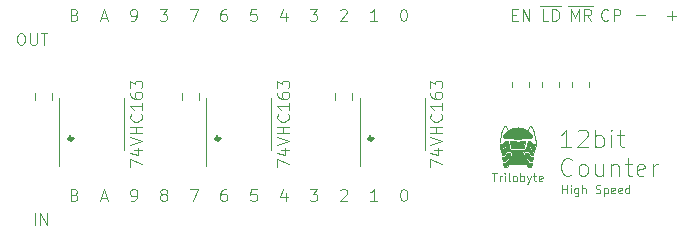
<source format=gbr>
%TF.GenerationSoftware,KiCad,Pcbnew,(6.0.0-0)*%
%TF.CreationDate,2022-07-05T21:18:15-04:00*%
%TF.ProjectId,VGA,5647412e-6b69-4636-9164-5f7063625858,rev?*%
%TF.SameCoordinates,Original*%
%TF.FileFunction,Legend,Top*%
%TF.FilePolarity,Positive*%
%FSLAX46Y46*%
G04 Gerber Fmt 4.6, Leading zero omitted, Abs format (unit mm)*
G04 Created by KiCad (PCBNEW (6.0.0-0)) date 2022-07-05 21:18:15*
%MOMM*%
%LPD*%
G01*
G04 APERTURE LIST*
%ADD10C,0.314000*%
%ADD11C,0.100000*%
%ADD12C,0.120000*%
%ADD13C,0.013229*%
G04 APERTURE END LIST*
D10*
X132999000Y-78740000D02*
G75*
G03*
X132999000Y-78740000I-157000J0D01*
G01*
X107599000Y-78740000D02*
G75*
G03*
X107599000Y-78740000I-157000J0D01*
G01*
X120045000Y-78740000D02*
G75*
G03*
X120045000Y-78740000I-157000J0D01*
G01*
D11*
X147177238Y-67496000D02*
X147986761Y-67496000D01*
X147891523Y-68778380D02*
X147415333Y-68778380D01*
X147415333Y-67778380D01*
X147986761Y-67496000D02*
X148986761Y-67496000D01*
X148224857Y-68778380D02*
X148224857Y-67778380D01*
X148462952Y-67778380D01*
X148605809Y-67826000D01*
X148701047Y-67921238D01*
X148748666Y-68016476D01*
X148796285Y-68206952D01*
X148796285Y-68349809D01*
X148748666Y-68540285D01*
X148701047Y-68635523D01*
X148605809Y-68730761D01*
X148462952Y-68778380D01*
X148224857Y-68778380D01*
X135588380Y-83018380D02*
X135683619Y-83018380D01*
X135778857Y-83066000D01*
X135826476Y-83113619D01*
X135874095Y-83208857D01*
X135921714Y-83399333D01*
X135921714Y-83637428D01*
X135874095Y-83827904D01*
X135826476Y-83923142D01*
X135778857Y-83970761D01*
X135683619Y-84018380D01*
X135588380Y-84018380D01*
X135493142Y-83970761D01*
X135445523Y-83923142D01*
X135397904Y-83827904D01*
X135350285Y-83637428D01*
X135350285Y-83399333D01*
X135397904Y-83208857D01*
X135445523Y-83113619D01*
X135493142Y-83066000D01*
X135588380Y-83018380D01*
X133381714Y-84018380D02*
X132810285Y-84018380D01*
X133096000Y-84018380D02*
X133096000Y-83018380D01*
X133000761Y-83161238D01*
X132905523Y-83256476D01*
X132810285Y-83304095D01*
X120581476Y-67778380D02*
X120391000Y-67778380D01*
X120295761Y-67826000D01*
X120248142Y-67873619D01*
X120152904Y-68016476D01*
X120105285Y-68206952D01*
X120105285Y-68587904D01*
X120152904Y-68683142D01*
X120200523Y-68730761D01*
X120295761Y-68778380D01*
X120486238Y-68778380D01*
X120581476Y-68730761D01*
X120629095Y-68683142D01*
X120676714Y-68587904D01*
X120676714Y-68349809D01*
X120629095Y-68254571D01*
X120581476Y-68206952D01*
X120486238Y-68159333D01*
X120295761Y-68159333D01*
X120200523Y-68206952D01*
X120152904Y-68254571D01*
X120105285Y-68349809D01*
X149058666Y-83374666D02*
X149058666Y-82674666D01*
X149058666Y-83008000D02*
X149458666Y-83008000D01*
X149458666Y-83374666D02*
X149458666Y-82674666D01*
X149792000Y-83374666D02*
X149792000Y-82908000D01*
X149792000Y-82674666D02*
X149758666Y-82708000D01*
X149792000Y-82741333D01*
X149825333Y-82708000D01*
X149792000Y-82674666D01*
X149792000Y-82741333D01*
X150425333Y-82908000D02*
X150425333Y-83474666D01*
X150392000Y-83541333D01*
X150358666Y-83574666D01*
X150292000Y-83608000D01*
X150192000Y-83608000D01*
X150125333Y-83574666D01*
X150425333Y-83341333D02*
X150358666Y-83374666D01*
X150225333Y-83374666D01*
X150158666Y-83341333D01*
X150125333Y-83308000D01*
X150092000Y-83241333D01*
X150092000Y-83041333D01*
X150125333Y-82974666D01*
X150158666Y-82941333D01*
X150225333Y-82908000D01*
X150358666Y-82908000D01*
X150425333Y-82941333D01*
X150758666Y-83374666D02*
X150758666Y-82674666D01*
X151058666Y-83374666D02*
X151058666Y-83008000D01*
X151025333Y-82941333D01*
X150958666Y-82908000D01*
X150858666Y-82908000D01*
X150792000Y-82941333D01*
X150758666Y-82974666D01*
X151892000Y-83341333D02*
X151992000Y-83374666D01*
X152158666Y-83374666D01*
X152225333Y-83341333D01*
X152258666Y-83308000D01*
X152292000Y-83241333D01*
X152292000Y-83174666D01*
X152258666Y-83108000D01*
X152225333Y-83074666D01*
X152158666Y-83041333D01*
X152025333Y-83008000D01*
X151958666Y-82974666D01*
X151925333Y-82941333D01*
X151892000Y-82874666D01*
X151892000Y-82808000D01*
X151925333Y-82741333D01*
X151958666Y-82708000D01*
X152025333Y-82674666D01*
X152192000Y-82674666D01*
X152292000Y-82708000D01*
X152592000Y-82908000D02*
X152592000Y-83608000D01*
X152592000Y-82941333D02*
X152658666Y-82908000D01*
X152792000Y-82908000D01*
X152858666Y-82941333D01*
X152892000Y-82974666D01*
X152925333Y-83041333D01*
X152925333Y-83241333D01*
X152892000Y-83308000D01*
X152858666Y-83341333D01*
X152792000Y-83374666D01*
X152658666Y-83374666D01*
X152592000Y-83341333D01*
X153492000Y-83341333D02*
X153425333Y-83374666D01*
X153292000Y-83374666D01*
X153225333Y-83341333D01*
X153192000Y-83274666D01*
X153192000Y-83008000D01*
X153225333Y-82941333D01*
X153292000Y-82908000D01*
X153425333Y-82908000D01*
X153492000Y-82941333D01*
X153525333Y-83008000D01*
X153525333Y-83074666D01*
X153192000Y-83141333D01*
X154092000Y-83341333D02*
X154025333Y-83374666D01*
X153892000Y-83374666D01*
X153825333Y-83341333D01*
X153792000Y-83274666D01*
X153792000Y-83008000D01*
X153825333Y-82941333D01*
X153892000Y-82908000D01*
X154025333Y-82908000D01*
X154092000Y-82941333D01*
X154125333Y-83008000D01*
X154125333Y-83074666D01*
X153792000Y-83141333D01*
X154725333Y-83374666D02*
X154725333Y-82674666D01*
X154725333Y-83341333D02*
X154658666Y-83374666D01*
X154525333Y-83374666D01*
X154458666Y-83341333D01*
X154425333Y-83308000D01*
X154392000Y-83241333D01*
X154392000Y-83041333D01*
X154425333Y-82974666D01*
X154458666Y-82941333D01*
X154525333Y-82908000D01*
X154658666Y-82908000D01*
X154725333Y-82941333D01*
X104378190Y-86050380D02*
X104378190Y-85050380D01*
X104854380Y-86050380D02*
X104854380Y-85050380D01*
X105425809Y-86050380D01*
X105425809Y-85050380D01*
X112482380Y-81160476D02*
X112482380Y-80493809D01*
X113482380Y-80922380D01*
X112815714Y-79684285D02*
X113482380Y-79684285D01*
X112434761Y-79922380D02*
X113149047Y-80160476D01*
X113149047Y-79541428D01*
X112482380Y-79303333D02*
X113482380Y-78970000D01*
X112482380Y-78636666D01*
X113482380Y-78303333D02*
X112482380Y-78303333D01*
X112958571Y-78303333D02*
X112958571Y-77731904D01*
X113482380Y-77731904D02*
X112482380Y-77731904D01*
X113387142Y-76684285D02*
X113434761Y-76731904D01*
X113482380Y-76874761D01*
X113482380Y-76970000D01*
X113434761Y-77112857D01*
X113339523Y-77208095D01*
X113244285Y-77255714D01*
X113053809Y-77303333D01*
X112910952Y-77303333D01*
X112720476Y-77255714D01*
X112625238Y-77208095D01*
X112530000Y-77112857D01*
X112482380Y-76970000D01*
X112482380Y-76874761D01*
X112530000Y-76731904D01*
X112577619Y-76684285D01*
X113482380Y-75731904D02*
X113482380Y-76303333D01*
X113482380Y-76017619D02*
X112482380Y-76017619D01*
X112625238Y-76112857D01*
X112720476Y-76208095D01*
X112768095Y-76303333D01*
X112482380Y-74874761D02*
X112482380Y-75065238D01*
X112530000Y-75160476D01*
X112577619Y-75208095D01*
X112720476Y-75303333D01*
X112910952Y-75350952D01*
X113291904Y-75350952D01*
X113387142Y-75303333D01*
X113434761Y-75255714D01*
X113482380Y-75160476D01*
X113482380Y-74970000D01*
X113434761Y-74874761D01*
X113387142Y-74827142D01*
X113291904Y-74779523D01*
X113053809Y-74779523D01*
X112958571Y-74827142D01*
X112910952Y-74874761D01*
X112863333Y-74970000D01*
X112863333Y-75160476D01*
X112910952Y-75255714D01*
X112958571Y-75303333D01*
X113053809Y-75350952D01*
X112482380Y-74446190D02*
X112482380Y-73827142D01*
X112863333Y-74160476D01*
X112863333Y-74017619D01*
X112910952Y-73922380D01*
X112958571Y-73874761D01*
X113053809Y-73827142D01*
X113291904Y-73827142D01*
X113387142Y-73874761D01*
X113434761Y-73922380D01*
X113482380Y-74017619D01*
X113482380Y-74303333D01*
X113434761Y-74398571D01*
X113387142Y-74446190D01*
X114977666Y-67778380D02*
X115596714Y-67778380D01*
X115263380Y-68159333D01*
X115406238Y-68159333D01*
X115501476Y-68206952D01*
X115549095Y-68254571D01*
X115596714Y-68349809D01*
X115596714Y-68587904D01*
X115549095Y-68683142D01*
X115501476Y-68730761D01*
X115406238Y-68778380D01*
X115120523Y-68778380D01*
X115025285Y-68730761D01*
X114977666Y-68683142D01*
X123174095Y-83018380D02*
X122697904Y-83018380D01*
X122650285Y-83494571D01*
X122697904Y-83446952D01*
X122793142Y-83399333D01*
X123031238Y-83399333D01*
X123126476Y-83446952D01*
X123174095Y-83494571D01*
X123221714Y-83589809D01*
X123221714Y-83827904D01*
X123174095Y-83923142D01*
X123126476Y-83970761D01*
X123031238Y-84018380D01*
X122793142Y-84018380D01*
X122697904Y-83970761D01*
X122650285Y-83923142D01*
X117522666Y-83018380D02*
X118189333Y-83018380D01*
X117760761Y-84018380D01*
X137882380Y-81160476D02*
X137882380Y-80493809D01*
X138882380Y-80922380D01*
X138215714Y-79684285D02*
X138882380Y-79684285D01*
X137834761Y-79922380D02*
X138549047Y-80160476D01*
X138549047Y-79541428D01*
X137882380Y-79303333D02*
X138882380Y-78970000D01*
X137882380Y-78636666D01*
X138882380Y-78303333D02*
X137882380Y-78303333D01*
X138358571Y-78303333D02*
X138358571Y-77731904D01*
X138882380Y-77731904D02*
X137882380Y-77731904D01*
X138787142Y-76684285D02*
X138834761Y-76731904D01*
X138882380Y-76874761D01*
X138882380Y-76970000D01*
X138834761Y-77112857D01*
X138739523Y-77208095D01*
X138644285Y-77255714D01*
X138453809Y-77303333D01*
X138310952Y-77303333D01*
X138120476Y-77255714D01*
X138025238Y-77208095D01*
X137930000Y-77112857D01*
X137882380Y-76970000D01*
X137882380Y-76874761D01*
X137930000Y-76731904D01*
X137977619Y-76684285D01*
X138882380Y-75731904D02*
X138882380Y-76303333D01*
X138882380Y-76017619D02*
X137882380Y-76017619D01*
X138025238Y-76112857D01*
X138120476Y-76208095D01*
X138168095Y-76303333D01*
X137882380Y-74874761D02*
X137882380Y-75065238D01*
X137930000Y-75160476D01*
X137977619Y-75208095D01*
X138120476Y-75303333D01*
X138310952Y-75350952D01*
X138691904Y-75350952D01*
X138787142Y-75303333D01*
X138834761Y-75255714D01*
X138882380Y-75160476D01*
X138882380Y-74970000D01*
X138834761Y-74874761D01*
X138787142Y-74827142D01*
X138691904Y-74779523D01*
X138453809Y-74779523D01*
X138358571Y-74827142D01*
X138310952Y-74874761D01*
X138263333Y-74970000D01*
X138263333Y-75160476D01*
X138310952Y-75255714D01*
X138358571Y-75303333D01*
X138453809Y-75350952D01*
X137882380Y-74446190D02*
X137882380Y-73827142D01*
X138263333Y-74160476D01*
X138263333Y-74017619D01*
X138310952Y-73922380D01*
X138358571Y-73874761D01*
X138453809Y-73827142D01*
X138691904Y-73827142D01*
X138787142Y-73874761D01*
X138834761Y-73922380D01*
X138882380Y-74017619D01*
X138882380Y-74303333D01*
X138834761Y-74398571D01*
X138787142Y-74446190D01*
X107762428Y-68254571D02*
X107905285Y-68302190D01*
X107952904Y-68349809D01*
X108000523Y-68445047D01*
X108000523Y-68587904D01*
X107952904Y-68683142D01*
X107905285Y-68730761D01*
X107810047Y-68778380D01*
X107429095Y-68778380D01*
X107429095Y-67778380D01*
X107762428Y-67778380D01*
X107857666Y-67826000D01*
X107905285Y-67873619D01*
X107952904Y-67968857D01*
X107952904Y-68064095D01*
X107905285Y-68159333D01*
X107857666Y-68206952D01*
X107762428Y-68254571D01*
X107429095Y-68254571D01*
X117517666Y-67778380D02*
X118184333Y-67778380D01*
X117755761Y-68778380D01*
X130270285Y-83113619D02*
X130317904Y-83066000D01*
X130413142Y-83018380D01*
X130651238Y-83018380D01*
X130746476Y-83066000D01*
X130794095Y-83113619D01*
X130841714Y-83208857D01*
X130841714Y-83304095D01*
X130794095Y-83446952D01*
X130222666Y-84018380D01*
X130841714Y-84018380D01*
X103140000Y-69810380D02*
X103330476Y-69810380D01*
X103425714Y-69858000D01*
X103520952Y-69953238D01*
X103568571Y-70143714D01*
X103568571Y-70477047D01*
X103520952Y-70667523D01*
X103425714Y-70762761D01*
X103330476Y-70810380D01*
X103140000Y-70810380D01*
X103044761Y-70762761D01*
X102949523Y-70667523D01*
X102901904Y-70477047D01*
X102901904Y-70143714D01*
X102949523Y-69953238D01*
X103044761Y-69858000D01*
X103140000Y-69810380D01*
X103997142Y-69810380D02*
X103997142Y-70619904D01*
X104044761Y-70715142D01*
X104092380Y-70762761D01*
X104187619Y-70810380D01*
X104378095Y-70810380D01*
X104473333Y-70762761D01*
X104520952Y-70715142D01*
X104568571Y-70619904D01*
X104568571Y-69810380D01*
X104901904Y-69810380D02*
X105473333Y-69810380D01*
X105187619Y-70810380D02*
X105187619Y-69810380D01*
X112580523Y-68778380D02*
X112771000Y-68778380D01*
X112866238Y-68730761D01*
X112913857Y-68683142D01*
X113009095Y-68540285D01*
X113056714Y-68349809D01*
X113056714Y-67968857D01*
X113009095Y-67873619D01*
X112961476Y-67826000D01*
X112866238Y-67778380D01*
X112675761Y-67778380D01*
X112580523Y-67826000D01*
X112532904Y-67873619D01*
X112485285Y-67968857D01*
X112485285Y-68206952D01*
X112532904Y-68302190D01*
X112580523Y-68349809D01*
X112675761Y-68397428D01*
X112866238Y-68397428D01*
X112961476Y-68349809D01*
X113009095Y-68302190D01*
X113056714Y-68206952D01*
X156082952Y-68254571D02*
X155321047Y-68254571D01*
X125661476Y-68111714D02*
X125661476Y-68778380D01*
X125423380Y-67730761D02*
X125185285Y-68445047D01*
X125804333Y-68445047D01*
X123169095Y-67778380D02*
X122692904Y-67778380D01*
X122645285Y-68254571D01*
X122692904Y-68206952D01*
X122788142Y-68159333D01*
X123026238Y-68159333D01*
X123121476Y-68206952D01*
X123169095Y-68254571D01*
X123216714Y-68349809D01*
X123216714Y-68587904D01*
X123169095Y-68683142D01*
X123121476Y-68730761D01*
X123026238Y-68778380D01*
X122788142Y-68778380D01*
X122692904Y-68730761D01*
X122645285Y-68683142D01*
X135583380Y-67778380D02*
X135678619Y-67778380D01*
X135773857Y-67826000D01*
X135821476Y-67873619D01*
X135869095Y-67968857D01*
X135916714Y-68159333D01*
X135916714Y-68397428D01*
X135869095Y-68587904D01*
X135821476Y-68683142D01*
X135773857Y-68730761D01*
X135678619Y-68778380D01*
X135583380Y-68778380D01*
X135488142Y-68730761D01*
X135440523Y-68683142D01*
X135392904Y-68587904D01*
X135345285Y-68397428D01*
X135345285Y-68159333D01*
X135392904Y-67968857D01*
X135440523Y-67873619D01*
X135488142Y-67826000D01*
X135583380Y-67778380D01*
X144803904Y-68254571D02*
X145137238Y-68254571D01*
X145280095Y-68778380D02*
X144803904Y-68778380D01*
X144803904Y-67778380D01*
X145280095Y-67778380D01*
X145708666Y-68778380D02*
X145708666Y-67778380D01*
X146280095Y-68778380D01*
X146280095Y-67778380D01*
X109992904Y-68492666D02*
X110469095Y-68492666D01*
X109897666Y-68778380D02*
X110231000Y-67778380D01*
X110564333Y-68778380D01*
X124928380Y-81160476D02*
X124928380Y-80493809D01*
X125928380Y-80922380D01*
X125261714Y-79684285D02*
X125928380Y-79684285D01*
X124880761Y-79922380D02*
X125595047Y-80160476D01*
X125595047Y-79541428D01*
X124928380Y-79303333D02*
X125928380Y-78970000D01*
X124928380Y-78636666D01*
X125928380Y-78303333D02*
X124928380Y-78303333D01*
X125404571Y-78303333D02*
X125404571Y-77731904D01*
X125928380Y-77731904D02*
X124928380Y-77731904D01*
X125833142Y-76684285D02*
X125880761Y-76731904D01*
X125928380Y-76874761D01*
X125928380Y-76970000D01*
X125880761Y-77112857D01*
X125785523Y-77208095D01*
X125690285Y-77255714D01*
X125499809Y-77303333D01*
X125356952Y-77303333D01*
X125166476Y-77255714D01*
X125071238Y-77208095D01*
X124976000Y-77112857D01*
X124928380Y-76970000D01*
X124928380Y-76874761D01*
X124976000Y-76731904D01*
X125023619Y-76684285D01*
X125928380Y-75731904D02*
X125928380Y-76303333D01*
X125928380Y-76017619D02*
X124928380Y-76017619D01*
X125071238Y-76112857D01*
X125166476Y-76208095D01*
X125214095Y-76303333D01*
X124928380Y-74874761D02*
X124928380Y-75065238D01*
X124976000Y-75160476D01*
X125023619Y-75208095D01*
X125166476Y-75303333D01*
X125356952Y-75350952D01*
X125737904Y-75350952D01*
X125833142Y-75303333D01*
X125880761Y-75255714D01*
X125928380Y-75160476D01*
X125928380Y-74970000D01*
X125880761Y-74874761D01*
X125833142Y-74827142D01*
X125737904Y-74779523D01*
X125499809Y-74779523D01*
X125404571Y-74827142D01*
X125356952Y-74874761D01*
X125309333Y-74970000D01*
X125309333Y-75160476D01*
X125356952Y-75255714D01*
X125404571Y-75303333D01*
X125499809Y-75350952D01*
X124928380Y-74446190D02*
X124928380Y-73827142D01*
X125309333Y-74160476D01*
X125309333Y-74017619D01*
X125356952Y-73922380D01*
X125404571Y-73874761D01*
X125499809Y-73827142D01*
X125737904Y-73827142D01*
X125833142Y-73874761D01*
X125880761Y-73922380D01*
X125928380Y-74017619D01*
X125928380Y-74303333D01*
X125880761Y-74398571D01*
X125833142Y-74446190D01*
X158313428Y-68706952D02*
X158313428Y-67945047D01*
X158694380Y-68326000D02*
X157932476Y-68326000D01*
X149550571Y-67496000D02*
X150693428Y-67496000D01*
X149788666Y-68778380D02*
X149788666Y-67778380D01*
X150122000Y-68492666D01*
X150455333Y-67778380D01*
X150455333Y-68778380D01*
X150693428Y-67496000D02*
X151693428Y-67496000D01*
X151502952Y-68778380D02*
X151169619Y-68302190D01*
X150931523Y-68778380D02*
X150931523Y-67778380D01*
X151312476Y-67778380D01*
X151407714Y-67826000D01*
X151455333Y-67873619D01*
X151502952Y-67968857D01*
X151502952Y-68111714D01*
X151455333Y-68206952D01*
X151407714Y-68254571D01*
X151312476Y-68302190D01*
X150931523Y-68302190D01*
X143121333Y-81658666D02*
X143521333Y-81658666D01*
X143321333Y-82358666D02*
X143321333Y-81658666D01*
X143754666Y-82358666D02*
X143754666Y-81892000D01*
X143754666Y-82025333D02*
X143788000Y-81958666D01*
X143821333Y-81925333D01*
X143888000Y-81892000D01*
X143954666Y-81892000D01*
X144188000Y-82358666D02*
X144188000Y-81892000D01*
X144188000Y-81658666D02*
X144154666Y-81692000D01*
X144188000Y-81725333D01*
X144221333Y-81692000D01*
X144188000Y-81658666D01*
X144188000Y-81725333D01*
X144621333Y-82358666D02*
X144554666Y-82325333D01*
X144521333Y-82258666D01*
X144521333Y-81658666D01*
X144988000Y-82358666D02*
X144921333Y-82325333D01*
X144888000Y-82292000D01*
X144854666Y-82225333D01*
X144854666Y-82025333D01*
X144888000Y-81958666D01*
X144921333Y-81925333D01*
X144988000Y-81892000D01*
X145088000Y-81892000D01*
X145154666Y-81925333D01*
X145188000Y-81958666D01*
X145221333Y-82025333D01*
X145221333Y-82225333D01*
X145188000Y-82292000D01*
X145154666Y-82325333D01*
X145088000Y-82358666D01*
X144988000Y-82358666D01*
X145521333Y-82358666D02*
X145521333Y-81658666D01*
X145521333Y-81925333D02*
X145588000Y-81892000D01*
X145721333Y-81892000D01*
X145788000Y-81925333D01*
X145821333Y-81958666D01*
X145854666Y-82025333D01*
X145854666Y-82225333D01*
X145821333Y-82292000D01*
X145788000Y-82325333D01*
X145721333Y-82358666D01*
X145588000Y-82358666D01*
X145521333Y-82325333D01*
X146088000Y-81892000D02*
X146254666Y-82358666D01*
X146421333Y-81892000D02*
X146254666Y-82358666D01*
X146188000Y-82525333D01*
X146154666Y-82558666D01*
X146088000Y-82592000D01*
X146588000Y-81892000D02*
X146854666Y-81892000D01*
X146688000Y-81658666D02*
X146688000Y-82258666D01*
X146721333Y-82325333D01*
X146788000Y-82358666D01*
X146854666Y-82358666D01*
X147354666Y-82325333D02*
X147288000Y-82358666D01*
X147154666Y-82358666D01*
X147088000Y-82325333D01*
X147054666Y-82258666D01*
X147054666Y-81992000D01*
X147088000Y-81925333D01*
X147154666Y-81892000D01*
X147288000Y-81892000D01*
X147354666Y-81925333D01*
X147388000Y-81992000D01*
X147388000Y-82058666D01*
X147054666Y-82125333D01*
X115220761Y-83446952D02*
X115125523Y-83399333D01*
X115077904Y-83351714D01*
X115030285Y-83256476D01*
X115030285Y-83208857D01*
X115077904Y-83113619D01*
X115125523Y-83066000D01*
X115220761Y-83018380D01*
X115411238Y-83018380D01*
X115506476Y-83066000D01*
X115554095Y-83113619D01*
X115601714Y-83208857D01*
X115601714Y-83256476D01*
X115554095Y-83351714D01*
X115506476Y-83399333D01*
X115411238Y-83446952D01*
X115220761Y-83446952D01*
X115125523Y-83494571D01*
X115077904Y-83542190D01*
X115030285Y-83637428D01*
X115030285Y-83827904D01*
X115077904Y-83923142D01*
X115125523Y-83970761D01*
X115220761Y-84018380D01*
X115411238Y-84018380D01*
X115506476Y-83970761D01*
X115554095Y-83923142D01*
X115601714Y-83827904D01*
X115601714Y-83637428D01*
X115554095Y-83542190D01*
X115506476Y-83494571D01*
X115411238Y-83446952D01*
X107767428Y-83494571D02*
X107910285Y-83542190D01*
X107957904Y-83589809D01*
X108005523Y-83685047D01*
X108005523Y-83827904D01*
X107957904Y-83923142D01*
X107910285Y-83970761D01*
X107815047Y-84018380D01*
X107434095Y-84018380D01*
X107434095Y-83018380D01*
X107767428Y-83018380D01*
X107862666Y-83066000D01*
X107910285Y-83113619D01*
X107957904Y-83208857D01*
X107957904Y-83304095D01*
X107910285Y-83399333D01*
X107862666Y-83446952D01*
X107767428Y-83494571D01*
X107434095Y-83494571D01*
X112585523Y-84018380D02*
X112776000Y-84018380D01*
X112871238Y-83970761D01*
X112918857Y-83923142D01*
X113014095Y-83780285D01*
X113061714Y-83589809D01*
X113061714Y-83208857D01*
X113014095Y-83113619D01*
X112966476Y-83066000D01*
X112871238Y-83018380D01*
X112680761Y-83018380D01*
X112585523Y-83066000D01*
X112537904Y-83113619D01*
X112490285Y-83208857D01*
X112490285Y-83446952D01*
X112537904Y-83542190D01*
X112585523Y-83589809D01*
X112680761Y-83637428D01*
X112871238Y-83637428D01*
X112966476Y-83589809D01*
X113014095Y-83542190D01*
X113061714Y-83446952D01*
X127677666Y-67778380D02*
X128296714Y-67778380D01*
X127963380Y-68159333D01*
X128106238Y-68159333D01*
X128201476Y-68206952D01*
X128249095Y-68254571D01*
X128296714Y-68349809D01*
X128296714Y-68587904D01*
X128249095Y-68683142D01*
X128201476Y-68730761D01*
X128106238Y-68778380D01*
X127820523Y-68778380D01*
X127725285Y-68730761D01*
X127677666Y-68683142D01*
X127682666Y-83018380D02*
X128301714Y-83018380D01*
X127968380Y-83399333D01*
X128111238Y-83399333D01*
X128206476Y-83446952D01*
X128254095Y-83494571D01*
X128301714Y-83589809D01*
X128301714Y-83827904D01*
X128254095Y-83923142D01*
X128206476Y-83970761D01*
X128111238Y-84018380D01*
X127825523Y-84018380D01*
X127730285Y-83970761D01*
X127682666Y-83923142D01*
X133376714Y-68778380D02*
X132805285Y-68778380D01*
X133091000Y-68778380D02*
X133091000Y-67778380D01*
X132995761Y-67921238D01*
X132900523Y-68016476D01*
X132805285Y-68064095D01*
X125666476Y-83351714D02*
X125666476Y-84018380D01*
X125428380Y-82970761D02*
X125190285Y-83685047D01*
X125809333Y-83685047D01*
X152971523Y-68683142D02*
X152923904Y-68730761D01*
X152781047Y-68778380D01*
X152685809Y-68778380D01*
X152542952Y-68730761D01*
X152447714Y-68635523D01*
X152400095Y-68540285D01*
X152352476Y-68349809D01*
X152352476Y-68206952D01*
X152400095Y-68016476D01*
X152447714Y-67921238D01*
X152542952Y-67826000D01*
X152685809Y-67778380D01*
X152781047Y-67778380D01*
X152923904Y-67826000D01*
X152971523Y-67873619D01*
X153400095Y-68778380D02*
X153400095Y-67778380D01*
X153781047Y-67778380D01*
X153876285Y-67826000D01*
X153923904Y-67873619D01*
X153971523Y-67968857D01*
X153971523Y-68111714D01*
X153923904Y-68206952D01*
X153876285Y-68254571D01*
X153781047Y-68302190D01*
X153400095Y-68302190D01*
X149797857Y-79481071D02*
X148940714Y-79481071D01*
X149369285Y-79481071D02*
X149369285Y-77981071D01*
X149226428Y-78195357D01*
X149083571Y-78338214D01*
X148940714Y-78409642D01*
X150369285Y-78123928D02*
X150440714Y-78052500D01*
X150583571Y-77981071D01*
X150940714Y-77981071D01*
X151083571Y-78052500D01*
X151155000Y-78123928D01*
X151226428Y-78266785D01*
X151226428Y-78409642D01*
X151155000Y-78623928D01*
X150297857Y-79481071D01*
X151226428Y-79481071D01*
X151869285Y-79481071D02*
X151869285Y-77981071D01*
X151869285Y-78552500D02*
X152012142Y-78481071D01*
X152297857Y-78481071D01*
X152440714Y-78552500D01*
X152512142Y-78623928D01*
X152583571Y-78766785D01*
X152583571Y-79195357D01*
X152512142Y-79338214D01*
X152440714Y-79409642D01*
X152297857Y-79481071D01*
X152012142Y-79481071D01*
X151869285Y-79409642D01*
X153226428Y-79481071D02*
X153226428Y-78481071D01*
X153226428Y-77981071D02*
X153155000Y-78052500D01*
X153226428Y-78123928D01*
X153297857Y-78052500D01*
X153226428Y-77981071D01*
X153226428Y-78123928D01*
X153726428Y-78481071D02*
X154297857Y-78481071D01*
X153940714Y-77981071D02*
X153940714Y-79266785D01*
X154012142Y-79409642D01*
X154155000Y-79481071D01*
X154297857Y-79481071D01*
X149869285Y-81753214D02*
X149797857Y-81824642D01*
X149583571Y-81896071D01*
X149440714Y-81896071D01*
X149226428Y-81824642D01*
X149083571Y-81681785D01*
X149012142Y-81538928D01*
X148940714Y-81253214D01*
X148940714Y-81038928D01*
X149012142Y-80753214D01*
X149083571Y-80610357D01*
X149226428Y-80467500D01*
X149440714Y-80396071D01*
X149583571Y-80396071D01*
X149797857Y-80467500D01*
X149869285Y-80538928D01*
X150726428Y-81896071D02*
X150583571Y-81824642D01*
X150512142Y-81753214D01*
X150440714Y-81610357D01*
X150440714Y-81181785D01*
X150512142Y-81038928D01*
X150583571Y-80967500D01*
X150726428Y-80896071D01*
X150940714Y-80896071D01*
X151083571Y-80967500D01*
X151155000Y-81038928D01*
X151226428Y-81181785D01*
X151226428Y-81610357D01*
X151155000Y-81753214D01*
X151083571Y-81824642D01*
X150940714Y-81896071D01*
X150726428Y-81896071D01*
X152512142Y-80896071D02*
X152512142Y-81896071D01*
X151869285Y-80896071D02*
X151869285Y-81681785D01*
X151940714Y-81824642D01*
X152083571Y-81896071D01*
X152297857Y-81896071D01*
X152440714Y-81824642D01*
X152512142Y-81753214D01*
X153226428Y-80896071D02*
X153226428Y-81896071D01*
X153226428Y-81038928D02*
X153297857Y-80967500D01*
X153440714Y-80896071D01*
X153655000Y-80896071D01*
X153797857Y-80967500D01*
X153869285Y-81110357D01*
X153869285Y-81896071D01*
X154369285Y-80896071D02*
X154940714Y-80896071D01*
X154583571Y-80396071D02*
X154583571Y-81681785D01*
X154655000Y-81824642D01*
X154797857Y-81896071D01*
X154940714Y-81896071D01*
X156012142Y-81824642D02*
X155869285Y-81896071D01*
X155583571Y-81896071D01*
X155440714Y-81824642D01*
X155369285Y-81681785D01*
X155369285Y-81110357D01*
X155440714Y-80967500D01*
X155583571Y-80896071D01*
X155869285Y-80896071D01*
X156012142Y-80967500D01*
X156083571Y-81110357D01*
X156083571Y-81253214D01*
X155369285Y-81396071D01*
X156726428Y-81896071D02*
X156726428Y-80896071D01*
X156726428Y-81181785D02*
X156797857Y-81038928D01*
X156869285Y-80967500D01*
X157012142Y-80896071D01*
X157155000Y-80896071D01*
X130265285Y-67873619D02*
X130312904Y-67826000D01*
X130408142Y-67778380D01*
X130646238Y-67778380D01*
X130741476Y-67826000D01*
X130789095Y-67873619D01*
X130836714Y-67968857D01*
X130836714Y-68064095D01*
X130789095Y-68206952D01*
X130217666Y-68778380D01*
X130836714Y-68778380D01*
X120586476Y-83018380D02*
X120396000Y-83018380D01*
X120300761Y-83066000D01*
X120253142Y-83113619D01*
X120157904Y-83256476D01*
X120110285Y-83446952D01*
X120110285Y-83827904D01*
X120157904Y-83923142D01*
X120205523Y-83970761D01*
X120300761Y-84018380D01*
X120491238Y-84018380D01*
X120586476Y-83970761D01*
X120634095Y-83923142D01*
X120681714Y-83827904D01*
X120681714Y-83589809D01*
X120634095Y-83494571D01*
X120586476Y-83446952D01*
X120491238Y-83399333D01*
X120300761Y-83399333D01*
X120205523Y-83446952D01*
X120157904Y-83494571D01*
X120110285Y-83589809D01*
X109997904Y-83732666D02*
X110474095Y-83732666D01*
X109902666Y-84018380D02*
X110236000Y-83018380D01*
X110569333Y-84018380D01*
D12*
%TO.C,C2*%
X118337000Y-74922748D02*
X118337000Y-75445252D01*
X116867000Y-74922748D02*
X116867000Y-75445252D01*
%TO.C,U1*%
X131939000Y-77470000D02*
X131939000Y-81070000D01*
X137409000Y-77470000D02*
X137409000Y-75270000D01*
X131939000Y-77470000D02*
X131939000Y-75270000D01*
X137409000Y-77470000D02*
X137409000Y-79670000D01*
%TO.C,C3*%
X104421000Y-74922748D02*
X104421000Y-75445252D01*
X105891000Y-74922748D02*
X105891000Y-75445252D01*
%TO.C,R3*%
X149887000Y-73940936D02*
X149887000Y-74395064D01*
X151357000Y-73940936D02*
X151357000Y-74395064D01*
%TO.C,R1*%
X146277000Y-73940936D02*
X146277000Y-74395064D01*
X144807000Y-73940936D02*
X144807000Y-74395064D01*
%TO.C,R2*%
X148817000Y-73940936D02*
X148817000Y-74395064D01*
X147347000Y-73940936D02*
X147347000Y-74395064D01*
%TO.C,C1*%
X131291000Y-74922748D02*
X131291000Y-75445252D01*
X129821000Y-74922748D02*
X129821000Y-75445252D01*
%TO.C,U2*%
X118931000Y-77470000D02*
X118931000Y-75270000D01*
X118931000Y-77470000D02*
X118931000Y-81070000D01*
X124401000Y-77470000D02*
X124401000Y-75270000D01*
X124401000Y-77470000D02*
X124401000Y-79670000D01*
D13*
%TO.C,REF\u002A\u002A*%
X146466560Y-77775396D02*
X146488349Y-77805475D01*
X143801440Y-78746974D02*
X143778053Y-78908042D01*
X146488349Y-77805475D02*
X146530942Y-77877176D01*
X146367605Y-77697352D02*
X146386118Y-77703864D01*
X144292244Y-77703999D02*
X144276602Y-77691069D01*
X143969687Y-78031559D02*
X143936794Y-78130609D01*
X144260417Y-77681697D02*
X144243674Y-77676048D01*
X144226355Y-77674289D02*
X144208445Y-77676582D01*
X144453620Y-78120871D02*
X144433150Y-78033923D01*
X144087652Y-77784705D02*
X144087652Y-77784705D01*
X146332383Y-77696818D02*
X146349699Y-77695058D01*
X144208445Y-77676582D02*
X144189927Y-77683094D01*
X144490914Y-78308436D02*
X144453620Y-78120871D01*
X146239979Y-77783262D02*
X146268699Y-77741093D01*
X146085092Y-78329206D02*
X146122399Y-78141641D01*
X146051786Y-78526200D02*
X146085092Y-78329206D01*
X144087652Y-77784705D02*
X144045037Y-77856407D01*
X146299458Y-77711838D02*
X146315641Y-77702467D01*
X144109453Y-77754627D02*
X144087652Y-77784705D01*
X146164745Y-77974062D02*
X146188131Y-77901066D01*
X146445459Y-77750361D02*
X146466560Y-77775396D01*
X146315641Y-77702467D02*
X146332383Y-77696818D01*
X146213166Y-77837027D02*
X146239979Y-77783262D01*
X144045037Y-77856407D02*
X144005741Y-77939425D01*
X143880181Y-78340660D02*
X143835273Y-78551981D01*
X146122399Y-78141641D02*
X146142877Y-78054693D01*
X144005741Y-77939425D02*
X143969687Y-78031559D01*
X144524215Y-78505430D02*
X144490914Y-78308436D01*
X143778053Y-78908042D02*
X143760098Y-79058013D01*
X144170785Y-77693990D02*
X144151003Y-77709434D01*
X146142877Y-78054693D02*
X146164745Y-77974062D01*
X144387913Y-77880296D02*
X144362885Y-77816257D01*
X146797930Y-78928700D02*
X146815903Y-79078650D01*
X146386118Y-77703864D02*
X146405254Y-77714760D01*
X146405254Y-77714760D02*
X146425029Y-77730204D01*
X144151003Y-77709434D02*
X144130564Y-77729591D01*
X144411291Y-77953292D02*
X144387913Y-77880296D01*
X146774527Y-78767653D02*
X146797930Y-78928700D01*
X144307360Y-77720323D02*
X144292244Y-77703999D01*
X144243674Y-77676048D02*
X144226355Y-77674289D01*
X143835273Y-78551981D02*
X143801440Y-78746974D01*
X146268699Y-77741093D02*
X146283816Y-77724769D01*
X146570222Y-77960189D02*
X146606265Y-78052316D01*
X146668957Y-78255115D02*
X146695762Y-78361388D01*
X146530942Y-77877176D02*
X146570222Y-77960189D01*
X144362885Y-77816257D02*
X144336077Y-77762492D01*
X146283816Y-77724769D02*
X146299458Y-77711838D01*
X144189927Y-77683094D02*
X144170785Y-77693990D01*
X146425029Y-77730204D02*
X146445459Y-77750361D01*
X146639151Y-78151358D02*
X146668957Y-78255115D01*
X144276602Y-77691069D02*
X144260417Y-77681697D01*
X146695762Y-78361388D02*
X146740679Y-78572684D01*
X143936794Y-78130609D02*
X143906985Y-78234376D01*
X144130564Y-77729591D02*
X144109453Y-77754627D01*
X146606265Y-78052316D02*
X146639151Y-78151358D01*
X144433150Y-78033923D02*
X144411291Y-77953292D01*
X143906985Y-78234376D02*
X143880181Y-78340660D01*
X144336077Y-77762492D02*
X144307360Y-77720323D01*
X146488349Y-77805475D02*
X146488349Y-77805475D01*
X146740679Y-78572684D02*
X146774527Y-78767653D01*
X146349699Y-77695058D02*
X146367605Y-77697352D01*
X146188131Y-77901066D02*
X146213166Y-77837027D01*
X144812610Y-80210538D02*
X144925058Y-80907714D01*
X144925058Y-80907714D02*
X145625014Y-80907714D01*
X145625014Y-80907714D02*
X145737462Y-80210538D01*
X145737462Y-80210538D02*
X144812610Y-80210538D01*
X144812610Y-80210538D02*
X144812610Y-80210538D01*
G36*
X145625014Y-80907714D02*
G01*
X144925058Y-80907714D01*
X144812610Y-80210538D01*
X145737462Y-80210538D01*
X145625014Y-80907714D01*
G37*
X145625014Y-80907714D02*
X144925058Y-80907714D01*
X144812610Y-80210538D01*
X145737462Y-80210538D01*
X145625014Y-80907714D01*
X145274970Y-77803094D02*
X145208887Y-77804906D01*
X145208887Y-77804906D02*
X145143630Y-77810209D01*
X145143630Y-77810209D02*
X145079297Y-77818804D01*
X145079297Y-77818804D02*
X145015984Y-77830492D01*
X145015984Y-77830492D02*
X144953790Y-77845073D01*
X144953790Y-77845073D02*
X144892810Y-77862348D01*
X144892810Y-77862348D02*
X144833143Y-77882118D01*
X144833143Y-77882118D02*
X144774885Y-77904183D01*
X144774885Y-77904183D02*
X144662984Y-77954403D01*
X144662984Y-77954403D02*
X144557886Y-78011414D01*
X144557886Y-78011414D02*
X144460366Y-78073621D01*
X144460366Y-78073621D02*
X144371203Y-78139429D01*
X144371203Y-78139429D02*
X144291172Y-78207245D01*
X144291172Y-78207245D02*
X144221051Y-78275475D01*
X144221051Y-78275475D02*
X144161617Y-78342523D01*
X144161617Y-78342523D02*
X144113645Y-78406797D01*
X144113645Y-78406797D02*
X144077915Y-78466701D01*
X144077915Y-78466701D02*
X144055201Y-78520641D01*
X144055201Y-78520641D02*
X144048969Y-78544876D01*
X144048969Y-78544876D02*
X144046282Y-78567023D01*
X144046282Y-78567023D02*
X144047238Y-78586881D01*
X144047238Y-78586881D02*
X144051933Y-78604253D01*
X144051933Y-78604253D02*
X144058577Y-78616530D01*
X144058577Y-78616530D02*
X144067749Y-78627428D01*
X144067749Y-78627428D02*
X144079346Y-78637035D01*
X144079346Y-78637035D02*
X144093267Y-78645440D01*
X144093267Y-78645440D02*
X144109407Y-78652734D01*
X144109407Y-78652734D02*
X144127665Y-78659005D01*
X144127665Y-78659005D02*
X144147937Y-78664343D01*
X144147937Y-78664343D02*
X144170122Y-78668838D01*
X144170122Y-78668838D02*
X144219816Y-78675655D01*
X144219816Y-78675655D02*
X144275927Y-78680171D01*
X144275927Y-78680171D02*
X144404110Y-78685165D01*
X144404110Y-78685165D02*
X144548101Y-78689546D01*
X144548101Y-78689546D02*
X144623970Y-78693295D01*
X144623970Y-78693295D02*
X144701326Y-78699037D01*
X144701326Y-78699037D02*
X144779349Y-78707489D01*
X144779349Y-78707489D02*
X144857215Y-78719366D01*
X144857215Y-78719366D02*
X144895833Y-78726812D01*
X144895833Y-78726812D02*
X144934105Y-78735383D01*
X144934105Y-78735383D02*
X144971926Y-78745167D01*
X144971926Y-78745167D02*
X145009196Y-78756256D01*
X145009196Y-78756256D02*
X145040788Y-78766209D01*
X145040788Y-78766209D02*
X145072659Y-78774900D01*
X145072659Y-78774900D02*
X145104770Y-78782328D01*
X145104770Y-78782328D02*
X145137086Y-78788491D01*
X145137086Y-78788491D02*
X145169568Y-78793390D01*
X145169568Y-78793390D02*
X145202180Y-78797024D01*
X145202180Y-78797024D02*
X145234884Y-78799392D01*
X145234884Y-78799392D02*
X145267644Y-78800494D01*
X145267644Y-78800494D02*
X145300421Y-78800329D01*
X145300421Y-78800329D02*
X145333180Y-78798897D01*
X145333180Y-78798897D02*
X145365882Y-78796197D01*
X145365882Y-78796197D02*
X145398491Y-78792229D01*
X145398491Y-78792229D02*
X145430970Y-78786992D01*
X145430970Y-78786992D02*
X145463281Y-78780486D01*
X145463281Y-78780486D02*
X145495387Y-78772710D01*
X145495387Y-78772710D02*
X145527251Y-78763664D01*
X145527251Y-78763664D02*
X145604672Y-78743939D01*
X145604672Y-78743939D02*
X145683603Y-78728664D01*
X145683603Y-78728664D02*
X145763243Y-78717165D01*
X145763243Y-78717165D02*
X145842789Y-78708767D01*
X145842789Y-78708767D02*
X145998386Y-78698575D01*
X145998386Y-78698575D02*
X146143977Y-78692689D01*
X146143977Y-78692689D02*
X146273141Y-78685712D01*
X146273141Y-78685712D02*
X146329557Y-78680128D01*
X146329557Y-78680128D02*
X146379458Y-78672246D01*
X146379458Y-78672246D02*
X146422043Y-78661393D01*
X146422043Y-78661393D02*
X146456509Y-78646892D01*
X146456509Y-78646892D02*
X146470447Y-78638064D01*
X146470447Y-78638064D02*
X146482054Y-78628070D01*
X146482054Y-78628070D02*
X146491229Y-78616828D01*
X146491229Y-78616828D02*
X146497874Y-78604253D01*
X146497874Y-78604253D02*
X146502588Y-78586532D01*
X146502588Y-78586532D02*
X146503549Y-78566367D01*
X146503549Y-78566367D02*
X146500856Y-78543956D01*
X146500856Y-78543956D02*
X146494606Y-78519496D01*
X146494606Y-78519496D02*
X146484899Y-78493183D01*
X146484899Y-78493183D02*
X146471833Y-78465216D01*
X146471833Y-78465216D02*
X146455505Y-78435790D01*
X146455505Y-78435790D02*
X146436015Y-78405104D01*
X146436015Y-78405104D02*
X146413460Y-78373354D01*
X146413460Y-78373354D02*
X146387939Y-78340738D01*
X146387939Y-78340738D02*
X146359550Y-78307453D01*
X146359550Y-78307453D02*
X146328391Y-78273696D01*
X146328391Y-78273696D02*
X146294561Y-78239664D01*
X146294561Y-78239664D02*
X146258158Y-78205554D01*
X146258158Y-78205554D02*
X146219280Y-78171564D01*
X146219280Y-78171564D02*
X146178026Y-78137891D01*
X146178026Y-78137891D02*
X146134493Y-78104732D01*
X146134493Y-78104732D02*
X146088781Y-78072284D01*
X146088781Y-78072284D02*
X146040987Y-78040744D01*
X146040987Y-78040744D02*
X145991210Y-78010309D01*
X145991210Y-78010309D02*
X145939548Y-77981177D01*
X145939548Y-77981177D02*
X145886099Y-77953545D01*
X145886099Y-77953545D02*
X145830962Y-77927610D01*
X145830962Y-77927610D02*
X145774234Y-77903570D01*
X145774234Y-77903570D02*
X145716015Y-77881620D01*
X145716015Y-77881620D02*
X145656403Y-77861959D01*
X145656403Y-77861959D02*
X145595495Y-77844784D01*
X145595495Y-77844784D02*
X145533391Y-77830291D01*
X145533391Y-77830291D02*
X145470188Y-77818679D01*
X145470188Y-77818679D02*
X145405984Y-77810144D01*
X145405984Y-77810144D02*
X145340879Y-77804883D01*
X145340879Y-77804883D02*
X145274970Y-77803094D01*
X145274970Y-77803094D02*
X145274970Y-77803094D01*
G36*
X145340879Y-77804883D02*
G01*
X145405984Y-77810144D01*
X145470188Y-77818679D01*
X145533391Y-77830291D01*
X145595495Y-77844784D01*
X145656403Y-77861959D01*
X145716015Y-77881620D01*
X145774234Y-77903570D01*
X145830962Y-77927610D01*
X145886099Y-77953545D01*
X145939548Y-77981177D01*
X145991210Y-78010309D01*
X146040987Y-78040744D01*
X146088781Y-78072284D01*
X146134493Y-78104732D01*
X146178026Y-78137891D01*
X146219280Y-78171564D01*
X146258158Y-78205554D01*
X146294561Y-78239664D01*
X146328391Y-78273696D01*
X146359550Y-78307453D01*
X146387939Y-78340738D01*
X146413460Y-78373354D01*
X146436015Y-78405104D01*
X146455505Y-78435790D01*
X146471833Y-78465216D01*
X146484899Y-78493183D01*
X146494606Y-78519496D01*
X146500856Y-78543956D01*
X146503549Y-78566367D01*
X146502588Y-78586532D01*
X146497874Y-78604253D01*
X146491229Y-78616828D01*
X146482054Y-78628070D01*
X146470447Y-78638064D01*
X146456509Y-78646892D01*
X146422043Y-78661393D01*
X146379458Y-78672246D01*
X146329557Y-78680128D01*
X146273141Y-78685712D01*
X146143977Y-78692689D01*
X145998386Y-78698575D01*
X145842789Y-78708767D01*
X145763243Y-78717165D01*
X145683603Y-78728664D01*
X145604672Y-78743939D01*
X145527251Y-78763664D01*
X145495387Y-78772710D01*
X145463281Y-78780486D01*
X145430970Y-78786992D01*
X145398491Y-78792229D01*
X145365882Y-78796197D01*
X145333180Y-78798897D01*
X145300421Y-78800329D01*
X145267644Y-78800494D01*
X145234884Y-78799392D01*
X145202180Y-78797024D01*
X145169568Y-78793390D01*
X145137086Y-78788491D01*
X145104770Y-78782328D01*
X145072659Y-78774900D01*
X145040788Y-78766209D01*
X145009196Y-78756256D01*
X144971926Y-78745167D01*
X144934105Y-78735383D01*
X144895833Y-78726812D01*
X144857215Y-78719366D01*
X144779349Y-78707489D01*
X144701326Y-78699037D01*
X144623970Y-78693295D01*
X144548101Y-78689546D01*
X144404110Y-78685165D01*
X144275927Y-78680171D01*
X144219816Y-78675655D01*
X144170122Y-78668838D01*
X144147937Y-78664343D01*
X144127665Y-78659005D01*
X144109407Y-78652734D01*
X144093267Y-78645440D01*
X144079346Y-78637035D01*
X144067749Y-78627428D01*
X144058577Y-78616530D01*
X144051933Y-78604253D01*
X144047238Y-78586881D01*
X144046282Y-78567023D01*
X144048969Y-78544876D01*
X144055201Y-78520641D01*
X144077915Y-78466701D01*
X144113645Y-78406797D01*
X144161617Y-78342523D01*
X144221051Y-78275475D01*
X144291172Y-78207245D01*
X144371203Y-78139429D01*
X144460366Y-78073621D01*
X144557886Y-78011414D01*
X144662984Y-77954403D01*
X144774885Y-77904183D01*
X144833143Y-77882118D01*
X144892810Y-77862348D01*
X144953790Y-77845073D01*
X145015984Y-77830492D01*
X145079297Y-77818804D01*
X145143630Y-77810209D01*
X145208887Y-77804906D01*
X145274970Y-77803094D01*
X145340879Y-77804883D01*
G37*
X145340879Y-77804883D02*
X145405984Y-77810144D01*
X145470188Y-77818679D01*
X145533391Y-77830291D01*
X145595495Y-77844784D01*
X145656403Y-77861959D01*
X145716015Y-77881620D01*
X145774234Y-77903570D01*
X145830962Y-77927610D01*
X145886099Y-77953545D01*
X145939548Y-77981177D01*
X145991210Y-78010309D01*
X146040987Y-78040744D01*
X146088781Y-78072284D01*
X146134493Y-78104732D01*
X146178026Y-78137891D01*
X146219280Y-78171564D01*
X146258158Y-78205554D01*
X146294561Y-78239664D01*
X146328391Y-78273696D01*
X146359550Y-78307453D01*
X146387939Y-78340738D01*
X146413460Y-78373354D01*
X146436015Y-78405104D01*
X146455505Y-78435790D01*
X146471833Y-78465216D01*
X146484899Y-78493183D01*
X146494606Y-78519496D01*
X146500856Y-78543956D01*
X146503549Y-78566367D01*
X146502588Y-78586532D01*
X146497874Y-78604253D01*
X146491229Y-78616828D01*
X146482054Y-78628070D01*
X146470447Y-78638064D01*
X146456509Y-78646892D01*
X146422043Y-78661393D01*
X146379458Y-78672246D01*
X146329557Y-78680128D01*
X146273141Y-78685712D01*
X146143977Y-78692689D01*
X145998386Y-78698575D01*
X145842789Y-78708767D01*
X145763243Y-78717165D01*
X145683603Y-78728664D01*
X145604672Y-78743939D01*
X145527251Y-78763664D01*
X145495387Y-78772710D01*
X145463281Y-78780486D01*
X145430970Y-78786992D01*
X145398491Y-78792229D01*
X145365882Y-78796197D01*
X145333180Y-78798897D01*
X145300421Y-78800329D01*
X145267644Y-78800494D01*
X145234884Y-78799392D01*
X145202180Y-78797024D01*
X145169568Y-78793390D01*
X145137086Y-78788491D01*
X145104770Y-78782328D01*
X145072659Y-78774900D01*
X145040788Y-78766209D01*
X145009196Y-78756256D01*
X144971926Y-78745167D01*
X144934105Y-78735383D01*
X144895833Y-78726812D01*
X144857215Y-78719366D01*
X144779349Y-78707489D01*
X144701326Y-78699037D01*
X144623970Y-78693295D01*
X144548101Y-78689546D01*
X144404110Y-78685165D01*
X144275927Y-78680171D01*
X144219816Y-78675655D01*
X144170122Y-78668838D01*
X144147937Y-78664343D01*
X144127665Y-78659005D01*
X144109407Y-78652734D01*
X144093267Y-78645440D01*
X144079346Y-78637035D01*
X144067749Y-78627428D01*
X144058577Y-78616530D01*
X144051933Y-78604253D01*
X144047238Y-78586881D01*
X144046282Y-78567023D01*
X144048969Y-78544876D01*
X144055201Y-78520641D01*
X144077915Y-78466701D01*
X144113645Y-78406797D01*
X144161617Y-78342523D01*
X144221051Y-78275475D01*
X144291172Y-78207245D01*
X144371203Y-78139429D01*
X144460366Y-78073621D01*
X144557886Y-78011414D01*
X144662984Y-77954403D01*
X144774885Y-77904183D01*
X144833143Y-77882118D01*
X144892810Y-77862348D01*
X144953790Y-77845073D01*
X145015984Y-77830492D01*
X145079297Y-77818804D01*
X145143630Y-77810209D01*
X145208887Y-77804906D01*
X145274970Y-77803094D01*
X145340879Y-77804883D01*
X144634017Y-78907465D02*
X145103123Y-78907465D01*
X145103123Y-78907465D02*
X145103902Y-78913428D01*
X145103902Y-78913428D02*
X145104853Y-78919363D01*
X145104853Y-78919363D02*
X145105974Y-78925265D01*
X145105974Y-78925265D02*
X145107264Y-78931132D01*
X145107264Y-78931132D02*
X145108723Y-78936958D01*
X145108723Y-78936958D02*
X145110350Y-78942742D01*
X145110350Y-78942742D02*
X145112144Y-78948478D01*
X145112144Y-78948478D02*
X145114103Y-78954164D01*
X145114103Y-78954164D02*
X145115154Y-78956570D01*
X145115154Y-78956570D02*
X145116251Y-78958954D01*
X145116251Y-78958954D02*
X145117393Y-78961315D01*
X145117393Y-78961315D02*
X145118580Y-78963652D01*
X145118580Y-78963652D02*
X145119812Y-78965964D01*
X145119812Y-78965964D02*
X145121088Y-78968252D01*
X145121088Y-78968252D02*
X145122408Y-78970514D01*
X145122408Y-78970514D02*
X145123771Y-78972750D01*
X145123771Y-78972750D02*
X145125177Y-78974959D01*
X145125177Y-78974959D02*
X145126627Y-78977141D01*
X145126627Y-78977141D02*
X145128118Y-78979294D01*
X145128118Y-78979294D02*
X145129651Y-78981419D01*
X145129651Y-78981419D02*
X145131226Y-78983514D01*
X145131226Y-78983514D02*
X145132842Y-78985580D01*
X145132842Y-78985580D02*
X145134499Y-78987614D01*
X145134499Y-78987614D02*
X145136196Y-78989618D01*
X145136196Y-78989618D02*
X145138485Y-78992536D01*
X145138485Y-78992536D02*
X145140825Y-78995410D01*
X145140825Y-78995410D02*
X145143216Y-78998239D01*
X145143216Y-78998239D02*
X145145658Y-79001023D01*
X145145658Y-79001023D02*
X145148150Y-79003760D01*
X145148150Y-79003760D02*
X145150691Y-79006450D01*
X145150691Y-79006450D02*
X145153281Y-79009093D01*
X145153281Y-79009093D02*
X145155919Y-79011687D01*
X145155919Y-79011687D02*
X145158603Y-79014233D01*
X145158603Y-79014233D02*
X145161335Y-79016729D01*
X145161335Y-79016729D02*
X145164112Y-79019175D01*
X145164112Y-79019175D02*
X145166934Y-79021570D01*
X145166934Y-79021570D02*
X145169801Y-79023913D01*
X145169801Y-79023913D02*
X145172711Y-79026205D01*
X145172711Y-79026205D02*
X145175665Y-79028443D01*
X145175665Y-79028443D02*
X145178661Y-79030629D01*
X145178661Y-79030629D02*
X145182535Y-79033268D01*
X145182535Y-79033268D02*
X145186466Y-79035813D01*
X145186466Y-79035813D02*
X145190452Y-79038262D01*
X145190452Y-79038262D02*
X145194492Y-79040616D01*
X145194492Y-79040616D02*
X145198585Y-79042872D01*
X145198585Y-79042872D02*
X145202727Y-79045030D01*
X145202727Y-79045030D02*
X145206918Y-79047090D01*
X145206918Y-79047090D02*
X145211156Y-79049050D01*
X145211156Y-79049050D02*
X145215439Y-79050910D01*
X145215439Y-79050910D02*
X145219765Y-79052669D01*
X145219765Y-79052669D02*
X145224132Y-79054326D01*
X145224132Y-79054326D02*
X145228539Y-79055880D01*
X145228539Y-79055880D02*
X145232984Y-79057331D01*
X145232984Y-79057331D02*
X145237465Y-79058678D01*
X145237465Y-79058678D02*
X145241980Y-79059919D01*
X145241980Y-79059919D02*
X145246527Y-79061055D01*
X145246527Y-79061055D02*
X145250944Y-79062110D01*
X145250944Y-79062110D02*
X145255384Y-79063058D01*
X145255384Y-79063058D02*
X145259844Y-79063898D01*
X145259844Y-79063898D02*
X145264322Y-79064631D01*
X145264322Y-79064631D02*
X145268816Y-79065256D01*
X145268816Y-79065256D02*
X145273325Y-79065772D01*
X145273325Y-79065772D02*
X145277846Y-79066180D01*
X145277846Y-79066180D02*
X145282378Y-79066480D01*
X145282378Y-79066480D02*
X145286588Y-79066631D01*
X145286588Y-79066631D02*
X145290799Y-79066683D01*
X145290799Y-79066683D02*
X145295010Y-79066634D01*
X145295010Y-79066634D02*
X145299217Y-79066486D01*
X145299217Y-79066486D02*
X145303419Y-79066237D01*
X145303419Y-79066237D02*
X145307615Y-79065888D01*
X145307615Y-79065888D02*
X145311802Y-79065440D01*
X145311802Y-79065440D02*
X145315980Y-79064892D01*
X145315980Y-79064892D02*
X145320011Y-79064151D01*
X145320011Y-79064151D02*
X145324021Y-79063319D01*
X145324021Y-79063319D02*
X145328008Y-79062399D01*
X145328008Y-79062399D02*
X145331970Y-79061389D01*
X145331970Y-79061389D02*
X145335907Y-79060291D01*
X145335907Y-79060291D02*
X145339817Y-79059106D01*
X145339817Y-79059106D02*
X145343698Y-79057833D01*
X145343698Y-79057833D02*
X145347549Y-79056473D01*
X145347549Y-79056473D02*
X145351369Y-79055027D01*
X145351369Y-79055027D02*
X145355155Y-79053495D01*
X145355155Y-79053495D02*
X145358907Y-79051878D01*
X145358907Y-79051878D02*
X145362623Y-79050176D01*
X145362623Y-79050176D02*
X145366302Y-79048391D01*
X145366302Y-79048391D02*
X145369942Y-79046522D01*
X145369942Y-79046522D02*
X145373541Y-79044569D01*
X145373541Y-79044569D02*
X145377099Y-79042534D01*
X145377099Y-79042534D02*
X145380816Y-79040423D01*
X145380816Y-79040423D02*
X145384485Y-79038234D01*
X145384485Y-79038234D02*
X145388102Y-79035968D01*
X145388102Y-79035968D02*
X145391669Y-79033626D01*
X145391669Y-79033626D02*
X145395182Y-79031209D01*
X145395182Y-79031209D02*
X145398641Y-79028717D01*
X145398641Y-79028717D02*
X145402046Y-79026153D01*
X145402046Y-79026153D02*
X145405394Y-79023517D01*
X145405394Y-79023517D02*
X145408684Y-79020809D01*
X145408684Y-79020809D02*
X145411917Y-79018031D01*
X145411917Y-79018031D02*
X145415089Y-79015183D01*
X145415089Y-79015183D02*
X145418201Y-79012267D01*
X145418201Y-79012267D02*
X145421250Y-79009284D01*
X145421250Y-79009284D02*
X145424237Y-79006233D01*
X145424237Y-79006233D02*
X145427159Y-79003117D01*
X145427159Y-79003117D02*
X145430016Y-78999937D01*
X145430016Y-78999937D02*
X145432560Y-78997168D01*
X145432560Y-78997168D02*
X145435030Y-78994340D01*
X145435030Y-78994340D02*
X145437426Y-78991453D01*
X145437426Y-78991453D02*
X145439747Y-78988508D01*
X145439747Y-78988508D02*
X145441991Y-78985508D01*
X145441991Y-78985508D02*
X145444158Y-78982454D01*
X145444158Y-78982454D02*
X145446247Y-78979347D01*
X145446247Y-78979347D02*
X145448256Y-78976190D01*
X145448256Y-78976190D02*
X145450185Y-78972982D01*
X145450185Y-78972982D02*
X145452034Y-78969727D01*
X145452034Y-78969727D02*
X145453800Y-78966425D01*
X145453800Y-78966425D02*
X145455483Y-78963078D01*
X145455483Y-78963078D02*
X145457083Y-78959687D01*
X145457083Y-78959687D02*
X145458598Y-78956254D01*
X145458598Y-78956254D02*
X145460026Y-78952781D01*
X145460026Y-78952781D02*
X145461369Y-78949269D01*
X145461369Y-78949269D02*
X145462965Y-78944109D01*
X145462965Y-78944109D02*
X145464493Y-78938928D01*
X145464493Y-78938928D02*
X145465952Y-78933728D01*
X145465952Y-78933728D02*
X145467343Y-78928510D01*
X145467343Y-78928510D02*
X145468665Y-78923274D01*
X145468665Y-78923274D02*
X145469918Y-78918021D01*
X145469918Y-78918021D02*
X145471102Y-78912751D01*
X145471102Y-78912751D02*
X145472217Y-78907465D01*
X145472217Y-78907465D02*
X145912483Y-78907465D01*
X145912483Y-78907465D02*
X145837474Y-79561250D01*
X145837474Y-79561250D02*
X144722123Y-79561250D01*
X144722123Y-79561250D02*
X144634017Y-78907465D01*
X144634017Y-78907465D02*
X144634017Y-78907465D01*
G36*
X145103902Y-78913428D02*
G01*
X145104853Y-78919363D01*
X145105974Y-78925265D01*
X145107264Y-78931132D01*
X145108723Y-78936958D01*
X145110350Y-78942742D01*
X145112144Y-78948478D01*
X145114103Y-78954164D01*
X145115154Y-78956570D01*
X145116251Y-78958954D01*
X145117393Y-78961315D01*
X145118580Y-78963652D01*
X145119812Y-78965964D01*
X145121088Y-78968252D01*
X145122408Y-78970514D01*
X145123771Y-78972750D01*
X145125177Y-78974959D01*
X145126627Y-78977141D01*
X145128118Y-78979294D01*
X145129651Y-78981419D01*
X145131226Y-78983514D01*
X145132842Y-78985580D01*
X145134499Y-78987614D01*
X145136196Y-78989618D01*
X145138485Y-78992536D01*
X145140825Y-78995410D01*
X145143216Y-78998239D01*
X145145658Y-79001023D01*
X145148150Y-79003760D01*
X145150691Y-79006450D01*
X145153281Y-79009093D01*
X145155919Y-79011687D01*
X145158603Y-79014233D01*
X145161335Y-79016729D01*
X145164112Y-79019175D01*
X145166934Y-79021570D01*
X145169801Y-79023913D01*
X145172711Y-79026205D01*
X145175665Y-79028443D01*
X145178661Y-79030629D01*
X145182535Y-79033268D01*
X145186466Y-79035813D01*
X145190452Y-79038262D01*
X145194492Y-79040616D01*
X145198585Y-79042872D01*
X145202727Y-79045030D01*
X145206918Y-79047090D01*
X145211156Y-79049050D01*
X145215439Y-79050910D01*
X145219765Y-79052669D01*
X145224132Y-79054326D01*
X145228539Y-79055880D01*
X145232984Y-79057331D01*
X145237465Y-79058678D01*
X145241980Y-79059919D01*
X145246527Y-79061055D01*
X145250944Y-79062110D01*
X145255384Y-79063058D01*
X145259844Y-79063898D01*
X145264322Y-79064631D01*
X145268816Y-79065256D01*
X145273325Y-79065772D01*
X145277846Y-79066180D01*
X145282378Y-79066480D01*
X145286588Y-79066631D01*
X145290799Y-79066683D01*
X145295010Y-79066634D01*
X145299217Y-79066486D01*
X145303419Y-79066237D01*
X145307615Y-79065888D01*
X145311802Y-79065440D01*
X145315980Y-79064892D01*
X145320011Y-79064151D01*
X145324021Y-79063319D01*
X145328008Y-79062399D01*
X145331970Y-79061389D01*
X145335907Y-79060291D01*
X145339817Y-79059106D01*
X145343698Y-79057833D01*
X145347549Y-79056473D01*
X145351369Y-79055027D01*
X145355155Y-79053495D01*
X145358907Y-79051878D01*
X145362623Y-79050176D01*
X145366302Y-79048391D01*
X145369942Y-79046522D01*
X145373541Y-79044569D01*
X145377099Y-79042534D01*
X145380816Y-79040423D01*
X145384485Y-79038234D01*
X145388102Y-79035968D01*
X145391669Y-79033626D01*
X145395182Y-79031209D01*
X145398641Y-79028717D01*
X145402046Y-79026153D01*
X145405394Y-79023517D01*
X145408684Y-79020809D01*
X145411917Y-79018031D01*
X145415089Y-79015183D01*
X145418201Y-79012267D01*
X145421250Y-79009284D01*
X145424237Y-79006233D01*
X145427159Y-79003117D01*
X145430016Y-78999937D01*
X145432560Y-78997168D01*
X145435030Y-78994340D01*
X145437426Y-78991453D01*
X145439747Y-78988508D01*
X145441991Y-78985508D01*
X145444158Y-78982454D01*
X145446247Y-78979347D01*
X145448256Y-78976190D01*
X145450185Y-78972982D01*
X145452034Y-78969727D01*
X145453800Y-78966425D01*
X145455483Y-78963078D01*
X145457083Y-78959687D01*
X145458598Y-78956254D01*
X145460026Y-78952781D01*
X145461369Y-78949269D01*
X145462965Y-78944109D01*
X145464493Y-78938928D01*
X145465952Y-78933728D01*
X145467343Y-78928510D01*
X145468665Y-78923274D01*
X145469918Y-78918021D01*
X145471102Y-78912751D01*
X145472217Y-78907465D01*
X145912483Y-78907465D01*
X145837474Y-79561250D01*
X144722123Y-79561250D01*
X144634017Y-78907465D01*
X145103123Y-78907465D01*
X145103902Y-78913428D01*
G37*
X145103902Y-78913428D02*
X145104853Y-78919363D01*
X145105974Y-78925265D01*
X145107264Y-78931132D01*
X145108723Y-78936958D01*
X145110350Y-78942742D01*
X145112144Y-78948478D01*
X145114103Y-78954164D01*
X145115154Y-78956570D01*
X145116251Y-78958954D01*
X145117393Y-78961315D01*
X145118580Y-78963652D01*
X145119812Y-78965964D01*
X145121088Y-78968252D01*
X145122408Y-78970514D01*
X145123771Y-78972750D01*
X145125177Y-78974959D01*
X145126627Y-78977141D01*
X145128118Y-78979294D01*
X145129651Y-78981419D01*
X145131226Y-78983514D01*
X145132842Y-78985580D01*
X145134499Y-78987614D01*
X145136196Y-78989618D01*
X145138485Y-78992536D01*
X145140825Y-78995410D01*
X145143216Y-78998239D01*
X145145658Y-79001023D01*
X145148150Y-79003760D01*
X145150691Y-79006450D01*
X145153281Y-79009093D01*
X145155919Y-79011687D01*
X145158603Y-79014233D01*
X145161335Y-79016729D01*
X145164112Y-79019175D01*
X145166934Y-79021570D01*
X145169801Y-79023913D01*
X145172711Y-79026205D01*
X145175665Y-79028443D01*
X145178661Y-79030629D01*
X145182535Y-79033268D01*
X145186466Y-79035813D01*
X145190452Y-79038262D01*
X145194492Y-79040616D01*
X145198585Y-79042872D01*
X145202727Y-79045030D01*
X145206918Y-79047090D01*
X145211156Y-79049050D01*
X145215439Y-79050910D01*
X145219765Y-79052669D01*
X145224132Y-79054326D01*
X145228539Y-79055880D01*
X145232984Y-79057331D01*
X145237465Y-79058678D01*
X145241980Y-79059919D01*
X145246527Y-79061055D01*
X145250944Y-79062110D01*
X145255384Y-79063058D01*
X145259844Y-79063898D01*
X145264322Y-79064631D01*
X145268816Y-79065256D01*
X145273325Y-79065772D01*
X145277846Y-79066180D01*
X145282378Y-79066480D01*
X145286588Y-79066631D01*
X145290799Y-79066683D01*
X145295010Y-79066634D01*
X145299217Y-79066486D01*
X145303419Y-79066237D01*
X145307615Y-79065888D01*
X145311802Y-79065440D01*
X145315980Y-79064892D01*
X145320011Y-79064151D01*
X145324021Y-79063319D01*
X145328008Y-79062399D01*
X145331970Y-79061389D01*
X145335907Y-79060291D01*
X145339817Y-79059106D01*
X145343698Y-79057833D01*
X145347549Y-79056473D01*
X145351369Y-79055027D01*
X145355155Y-79053495D01*
X145358907Y-79051878D01*
X145362623Y-79050176D01*
X145366302Y-79048391D01*
X145369942Y-79046522D01*
X145373541Y-79044569D01*
X145377099Y-79042534D01*
X145380816Y-79040423D01*
X145384485Y-79038234D01*
X145388102Y-79035968D01*
X145391669Y-79033626D01*
X145395182Y-79031209D01*
X145398641Y-79028717D01*
X145402046Y-79026153D01*
X145405394Y-79023517D01*
X145408684Y-79020809D01*
X145411917Y-79018031D01*
X145415089Y-79015183D01*
X145418201Y-79012267D01*
X145421250Y-79009284D01*
X145424237Y-79006233D01*
X145427159Y-79003117D01*
X145430016Y-78999937D01*
X145432560Y-78997168D01*
X145435030Y-78994340D01*
X145437426Y-78991453D01*
X145439747Y-78988508D01*
X145441991Y-78985508D01*
X145444158Y-78982454D01*
X145446247Y-78979347D01*
X145448256Y-78976190D01*
X145450185Y-78972982D01*
X145452034Y-78969727D01*
X145453800Y-78966425D01*
X145455483Y-78963078D01*
X145457083Y-78959687D01*
X145458598Y-78956254D01*
X145460026Y-78952781D01*
X145461369Y-78949269D01*
X145462965Y-78944109D01*
X145464493Y-78938928D01*
X145465952Y-78933728D01*
X145467343Y-78928510D01*
X145468665Y-78923274D01*
X145469918Y-78918021D01*
X145471102Y-78912751D01*
X145472217Y-78907465D01*
X145912483Y-78907465D01*
X145837474Y-79561250D01*
X144722123Y-79561250D01*
X144634017Y-78907465D01*
X145103123Y-78907465D01*
X145103902Y-78913428D01*
X145782838Y-80506077D02*
X145717221Y-80866837D01*
X145717221Y-80866837D02*
X146002706Y-80866837D01*
X146002706Y-80866837D02*
X146189767Y-81138828D01*
X146189767Y-81138828D02*
X146407783Y-81138828D01*
X146407783Y-81138828D02*
X146469431Y-80776085D01*
X146469431Y-80776085D02*
X146218739Y-80778069D01*
X146218739Y-80778069D02*
X146023873Y-80506077D01*
X146023873Y-80506077D02*
X145782838Y-80506077D01*
X145782838Y-80506077D02*
X145782838Y-80506077D01*
G36*
X146218739Y-80778069D02*
G01*
X146469431Y-80776085D01*
X146407783Y-81138828D01*
X146189767Y-81138828D01*
X146002706Y-80866837D01*
X145717221Y-80866837D01*
X145782838Y-80506077D01*
X146023873Y-80506077D01*
X146218739Y-80778069D01*
G37*
X146218739Y-80778069D02*
X146469431Y-80776085D01*
X146407783Y-81138828D01*
X146189767Y-81138828D01*
X146002706Y-80866837D01*
X145717221Y-80866837D01*
X145782838Y-80506077D01*
X146023873Y-80506077D01*
X146218739Y-80778069D01*
X146123621Y-78971362D02*
X146058004Y-79331989D01*
X146058004Y-79331989D02*
X146343490Y-79331989D01*
X146343490Y-79331989D02*
X146530550Y-79603980D01*
X146530550Y-79603980D02*
X146748566Y-79603980D01*
X146748566Y-79603980D02*
X146810214Y-79241369D01*
X146810214Y-79241369D02*
X146559522Y-79243353D01*
X146559522Y-79243353D02*
X146364656Y-78971362D01*
X146364656Y-78971362D02*
X146123621Y-78971362D01*
X146123621Y-78971362D02*
X146123621Y-78971362D01*
G36*
X146559522Y-79243353D02*
G01*
X146810214Y-79241369D01*
X146748566Y-79603980D01*
X146530550Y-79603980D01*
X146343490Y-79331989D01*
X146058004Y-79331989D01*
X146123621Y-78971362D01*
X146364656Y-78971362D01*
X146559522Y-79243353D01*
G37*
X146559522Y-79243353D02*
X146810214Y-79241369D01*
X146748566Y-79603980D01*
X146530550Y-79603980D01*
X146343490Y-79331989D01*
X146058004Y-79331989D01*
X146123621Y-78971362D01*
X146364656Y-78971362D01*
X146559522Y-79243353D01*
X144452909Y-78971362D02*
X144518394Y-79331989D01*
X144518394Y-79331989D02*
X144232908Y-79331989D01*
X144232908Y-79331989D02*
X144045848Y-79603980D01*
X144045848Y-79603980D02*
X143827831Y-79603980D01*
X143827831Y-79603980D02*
X143766183Y-79241369D01*
X143766183Y-79241369D02*
X144016876Y-79243353D01*
X144016876Y-79243353D02*
X144211742Y-78971362D01*
X144211742Y-78971362D02*
X144452909Y-78971362D01*
X144452909Y-78971362D02*
X144452909Y-78971362D01*
G36*
X144518394Y-79331989D02*
G01*
X144232908Y-79331989D01*
X144045848Y-79603980D01*
X143827831Y-79603980D01*
X143766183Y-79241369D01*
X144016876Y-79243353D01*
X144211742Y-78971362D01*
X144452909Y-78971362D01*
X144518394Y-79331989D01*
G37*
X144518394Y-79331989D02*
X144232908Y-79331989D01*
X144045848Y-79603980D01*
X143827831Y-79603980D01*
X143766183Y-79241369D01*
X144016876Y-79243353D01*
X144211742Y-78971362D01*
X144452909Y-78971362D01*
X144518394Y-79331989D01*
X145890523Y-79992521D02*
X145825039Y-80353148D01*
X145825039Y-80353148D02*
X146110392Y-80353148D01*
X146110392Y-80353148D02*
X146297584Y-80625140D01*
X146297584Y-80625140D02*
X146515469Y-80625140D01*
X146515469Y-80625140D02*
X146577249Y-80262528D01*
X146577249Y-80262528D02*
X146326556Y-80264513D01*
X146326556Y-80264513D02*
X146131691Y-79992521D01*
X146131691Y-79992521D02*
X145890523Y-79992521D01*
X145890523Y-79992521D02*
X145890523Y-79992521D01*
G36*
X146326556Y-80264513D02*
G01*
X146577249Y-80262528D01*
X146515469Y-80625140D01*
X146297584Y-80625140D01*
X146110392Y-80353148D01*
X145825039Y-80353148D01*
X145890523Y-79992521D01*
X146131691Y-79992521D01*
X146326556Y-80264513D01*
G37*
X146326556Y-80264513D02*
X146577249Y-80262528D01*
X146515469Y-80625140D01*
X146297584Y-80625140D01*
X146110392Y-80353148D01*
X145825039Y-80353148D01*
X145890523Y-79992521D01*
X146131691Y-79992521D01*
X146326556Y-80264513D01*
X144657035Y-79992521D02*
X144722520Y-80353148D01*
X144722520Y-80353148D02*
X144437167Y-80353148D01*
X144437167Y-80353148D02*
X144249974Y-80625140D01*
X144249974Y-80625140D02*
X144032090Y-80625140D01*
X144032090Y-80625140D02*
X143970309Y-80262528D01*
X143970309Y-80262528D02*
X144221134Y-80264513D01*
X144221134Y-80264513D02*
X144415868Y-79992521D01*
X144415868Y-79992521D02*
X144657035Y-79992521D01*
X144657035Y-79992521D02*
X144657035Y-79992521D01*
G36*
X144722520Y-80353148D02*
G01*
X144437167Y-80353148D01*
X144249974Y-80625140D01*
X144032090Y-80625140D01*
X143970309Y-80262528D01*
X144221134Y-80264513D01*
X144415868Y-79992521D01*
X144657035Y-79992521D01*
X144722520Y-80353148D01*
G37*
X144722520Y-80353148D02*
X144437167Y-80353148D01*
X144249974Y-80625140D01*
X144032090Y-80625140D01*
X143970309Y-80262528D01*
X144221134Y-80264513D01*
X144415868Y-79992521D01*
X144657035Y-79992521D01*
X144722520Y-80353148D01*
X144976652Y-78143480D02*
X144976550Y-78144429D01*
X144976550Y-78144429D02*
X144976280Y-78146106D01*
X144976280Y-78146106D02*
X144975462Y-78150591D01*
X144975462Y-78150591D02*
X144974271Y-78156710D01*
X144974271Y-78156710D02*
X144963155Y-78157778D01*
X144963155Y-78157778D02*
X144952066Y-78159072D01*
X144952066Y-78159072D02*
X144941008Y-78160590D01*
X144941008Y-78160590D02*
X144929984Y-78162332D01*
X144929984Y-78162332D02*
X144918997Y-78164297D01*
X144918997Y-78164297D02*
X144908052Y-78166485D01*
X144908052Y-78166485D02*
X144897151Y-78168894D01*
X144897151Y-78168894D02*
X144886298Y-78171526D01*
X144886298Y-78171526D02*
X144880602Y-78173267D01*
X144880602Y-78173267D02*
X144874930Y-78175083D01*
X144874930Y-78175083D02*
X144869284Y-78176974D01*
X144869284Y-78176974D02*
X144863663Y-78178938D01*
X144863663Y-78178938D02*
X144858068Y-78180977D01*
X144858068Y-78180977D02*
X144852501Y-78183089D01*
X144852501Y-78183089D02*
X144846961Y-78185274D01*
X144846961Y-78185274D02*
X144841450Y-78187533D01*
X144841450Y-78187533D02*
X144839838Y-78188176D01*
X144839838Y-78188176D02*
X144838025Y-78188931D01*
X144838025Y-78188931D02*
X144833496Y-78190874D01*
X144833496Y-78190874D02*
X144827256Y-78193561D01*
X144827256Y-78193561D02*
X144818696Y-78197191D01*
X144818696Y-78197191D02*
X144795677Y-78206980D01*
X144795677Y-78206980D02*
X144790810Y-78209300D01*
X144790810Y-78209300D02*
X144785981Y-78211695D01*
X144785981Y-78211695D02*
X144781190Y-78214165D01*
X144781190Y-78214165D02*
X144776438Y-78216709D01*
X144776438Y-78216709D02*
X144771727Y-78219327D01*
X144771727Y-78219327D02*
X144767056Y-78222018D01*
X144767056Y-78222018D02*
X144762428Y-78224781D01*
X144762428Y-78224781D02*
X144757842Y-78227617D01*
X144757842Y-78227617D02*
X144752919Y-78231281D01*
X144752919Y-78231281D02*
X144748050Y-78235096D01*
X144748050Y-78235096D02*
X144738346Y-78242997D01*
X144738346Y-78242997D02*
X144733444Y-78246989D01*
X144733444Y-78246989D02*
X144728467Y-78250947D01*
X144728467Y-78250947D02*
X144723381Y-78254824D01*
X144723381Y-78254824D02*
X144720788Y-78256718D01*
X144720788Y-78256718D02*
X144718154Y-78258574D01*
X144718154Y-78258574D02*
X144717722Y-78259114D01*
X144717722Y-78259114D02*
X144717281Y-78259646D01*
X144717281Y-78259646D02*
X144716831Y-78260170D01*
X144716831Y-78260170D02*
X144716372Y-78260687D01*
X144716372Y-78260687D02*
X144715904Y-78261196D01*
X144715904Y-78261196D02*
X144715428Y-78261697D01*
X144715428Y-78261697D02*
X144714944Y-78262190D01*
X144714944Y-78262190D02*
X144714451Y-78262675D01*
X144714451Y-78262675D02*
X144713652Y-78263456D01*
X144713652Y-78263456D02*
X144712923Y-78264134D01*
X144712923Y-78264134D02*
X144712234Y-78264745D01*
X144712234Y-78264745D02*
X144711556Y-78265321D01*
X144711556Y-78265321D02*
X144710116Y-78266507D01*
X144710116Y-78266507D02*
X144709294Y-78267186D01*
X144709294Y-78267186D02*
X144708365Y-78267967D01*
X144708365Y-78267967D02*
X144703338Y-78272994D01*
X144703338Y-78272994D02*
X144696062Y-78281196D01*
X144696062Y-78281196D02*
X144691167Y-78286884D01*
X144691167Y-78286884D02*
X144686841Y-78285325D01*
X144686841Y-78285325D02*
X144682561Y-78283652D01*
X144682561Y-78283652D02*
X144678329Y-78281866D01*
X144678329Y-78281866D02*
X144674147Y-78279967D01*
X144674147Y-78279967D02*
X144670017Y-78277958D01*
X144670017Y-78277958D02*
X144665941Y-78275839D01*
X144665941Y-78275839D02*
X144661922Y-78273610D01*
X144661922Y-78273610D02*
X144657962Y-78271274D01*
X144657962Y-78271274D02*
X144655914Y-78270134D01*
X144655914Y-78270134D02*
X144653904Y-78268935D01*
X144653904Y-78268935D02*
X144651934Y-78267678D01*
X144651934Y-78267678D02*
X144650004Y-78266364D01*
X144650004Y-78266364D02*
X144648117Y-78264994D01*
X144648117Y-78264994D02*
X144646272Y-78263569D01*
X144646272Y-78263569D02*
X144644471Y-78262090D01*
X144644471Y-78262090D02*
X144642716Y-78260559D01*
X144642716Y-78260559D02*
X144641007Y-78258976D01*
X144641007Y-78258976D02*
X144639346Y-78257342D01*
X144639346Y-78257342D02*
X144637734Y-78255659D01*
X144637734Y-78255659D02*
X144636172Y-78253927D01*
X144636172Y-78253927D02*
X144634660Y-78252148D01*
X144634660Y-78252148D02*
X144633201Y-78250322D01*
X144633201Y-78250322D02*
X144631796Y-78248451D01*
X144631796Y-78248451D02*
X144630445Y-78246535D01*
X144630445Y-78246535D02*
X144620391Y-78228015D01*
X144620391Y-78228015D02*
X144636266Y-78210420D01*
X144636266Y-78210420D02*
X144642087Y-78204483D01*
X144642087Y-78204483D02*
X144646870Y-78199649D01*
X144646870Y-78199649D02*
X144649002Y-78197519D01*
X144649002Y-78197519D02*
X144650685Y-78195868D01*
X144650685Y-78195868D02*
X144654428Y-78192239D01*
X144654428Y-78192239D02*
X144658232Y-78188677D01*
X144658232Y-78188677D02*
X144662097Y-78185183D01*
X144662097Y-78185183D02*
X144666022Y-78181756D01*
X144666022Y-78181756D02*
X144670006Y-78178399D01*
X144670006Y-78178399D02*
X144674048Y-78175111D01*
X144674048Y-78175111D02*
X144678147Y-78171894D01*
X144678147Y-78171894D02*
X144682303Y-78168748D01*
X144682303Y-78168748D02*
X144685832Y-78165871D01*
X144685832Y-78165871D02*
X144689408Y-78163055D01*
X144689408Y-78163055D02*
X144693029Y-78160299D01*
X144693029Y-78160299D02*
X144696697Y-78157604D01*
X144696697Y-78157604D02*
X144700408Y-78154972D01*
X144700408Y-78154972D02*
X144704164Y-78152401D01*
X144704164Y-78152401D02*
X144707963Y-78149894D01*
X144707963Y-78149894D02*
X144711804Y-78147450D01*
X144711804Y-78147450D02*
X144713952Y-78146121D01*
X144713952Y-78146121D02*
X144716137Y-78144804D01*
X144716137Y-78144804D02*
X144720668Y-78142158D01*
X144720668Y-78142158D02*
X144730722Y-78136469D01*
X144730722Y-78136469D02*
X144737471Y-78132740D01*
X144737471Y-78132740D02*
X144742843Y-78129855D01*
X144742843Y-78129855D02*
X144746851Y-78127763D01*
X144746851Y-78127763D02*
X144749507Y-78126415D01*
X144749507Y-78126415D02*
X144761149Y-78120594D01*
X144761149Y-78120594D02*
X144776125Y-78113725D01*
X144776125Y-78113725D02*
X144791264Y-78107245D01*
X144791264Y-78107245D02*
X144806560Y-78101155D01*
X144806560Y-78101155D02*
X144822003Y-78095460D01*
X144822003Y-78095460D02*
X144837587Y-78090162D01*
X144837587Y-78090162D02*
X144853304Y-78085263D01*
X144853304Y-78085263D02*
X144869146Y-78080766D01*
X144869146Y-78080766D02*
X144885106Y-78076674D01*
X144885106Y-78076674D02*
X144899152Y-78073750D01*
X144899152Y-78073750D02*
X144913135Y-78071146D01*
X144913135Y-78071146D02*
X144926499Y-78068883D01*
X144926499Y-78068883D02*
X144938684Y-78066983D01*
X144938684Y-78066983D02*
X144964481Y-78063444D01*
X144964481Y-78063444D02*
X144965457Y-78065755D01*
X144965457Y-78065755D02*
X144967822Y-78071514D01*
X144967822Y-78071514D02*
X144969261Y-78075136D01*
X144969261Y-78075136D02*
X144970732Y-78078959D01*
X144970732Y-78078959D02*
X144972128Y-78082764D01*
X144972128Y-78082764D02*
X144973345Y-78086331D01*
X144973345Y-78086331D02*
X144974288Y-78089824D01*
X144974288Y-78089824D02*
X144975134Y-78093338D01*
X144975134Y-78093338D02*
X144975881Y-78096869D01*
X144975881Y-78096869D02*
X144976531Y-78100416D01*
X144976531Y-78100416D02*
X144977083Y-78103977D01*
X144977083Y-78103977D02*
X144977537Y-78107550D01*
X144977537Y-78107550D02*
X144977892Y-78111133D01*
X144977892Y-78111133D02*
X144978150Y-78114723D01*
X144978150Y-78114723D02*
X144978308Y-78118319D01*
X144978308Y-78118319D02*
X144978368Y-78121919D01*
X144978368Y-78121919D02*
X144978330Y-78125520D01*
X144978330Y-78125520D02*
X144978192Y-78129121D01*
X144978192Y-78129121D02*
X144977956Y-78132720D01*
X144977956Y-78132720D02*
X144977621Y-78136314D01*
X144977621Y-78136314D02*
X144977186Y-78139902D01*
X144977186Y-78139902D02*
X144976652Y-78143480D01*
X144976652Y-78143480D02*
X144976652Y-78143480D01*
G36*
X144965457Y-78065755D02*
G01*
X144967822Y-78071514D01*
X144969261Y-78075136D01*
X144970732Y-78078959D01*
X144972128Y-78082764D01*
X144973345Y-78086331D01*
X144974288Y-78089824D01*
X144975134Y-78093338D01*
X144975881Y-78096869D01*
X144976531Y-78100416D01*
X144977083Y-78103977D01*
X144977537Y-78107550D01*
X144977892Y-78111133D01*
X144978150Y-78114723D01*
X144978308Y-78118319D01*
X144978368Y-78121919D01*
X144978330Y-78125520D01*
X144978192Y-78129121D01*
X144977956Y-78132720D01*
X144977621Y-78136314D01*
X144977186Y-78139902D01*
X144976652Y-78143480D01*
X144976550Y-78144429D01*
X144976280Y-78146106D01*
X144975462Y-78150591D01*
X144974271Y-78156710D01*
X144963155Y-78157778D01*
X144952066Y-78159072D01*
X144941008Y-78160590D01*
X144929984Y-78162332D01*
X144918997Y-78164297D01*
X144908052Y-78166485D01*
X144897151Y-78168894D01*
X144886298Y-78171526D01*
X144880602Y-78173267D01*
X144874930Y-78175083D01*
X144869284Y-78176974D01*
X144863663Y-78178938D01*
X144858068Y-78180977D01*
X144852501Y-78183089D01*
X144846961Y-78185274D01*
X144841450Y-78187533D01*
X144839838Y-78188176D01*
X144838025Y-78188931D01*
X144833496Y-78190874D01*
X144827256Y-78193561D01*
X144818696Y-78197191D01*
X144795677Y-78206980D01*
X144790810Y-78209300D01*
X144785981Y-78211695D01*
X144781190Y-78214165D01*
X144776438Y-78216709D01*
X144771727Y-78219327D01*
X144767056Y-78222018D01*
X144762428Y-78224781D01*
X144757842Y-78227617D01*
X144752919Y-78231281D01*
X144748050Y-78235096D01*
X144738346Y-78242997D01*
X144733444Y-78246989D01*
X144728467Y-78250947D01*
X144723381Y-78254824D01*
X144720788Y-78256718D01*
X144718154Y-78258574D01*
X144717722Y-78259114D01*
X144717281Y-78259646D01*
X144716831Y-78260170D01*
X144716372Y-78260687D01*
X144715904Y-78261196D01*
X144715428Y-78261697D01*
X144714944Y-78262190D01*
X144714451Y-78262675D01*
X144713652Y-78263456D01*
X144712923Y-78264134D01*
X144712234Y-78264745D01*
X144711556Y-78265321D01*
X144710116Y-78266507D01*
X144709294Y-78267186D01*
X144708365Y-78267967D01*
X144703338Y-78272994D01*
X144696062Y-78281196D01*
X144691167Y-78286884D01*
X144686841Y-78285325D01*
X144682561Y-78283652D01*
X144678329Y-78281866D01*
X144674147Y-78279967D01*
X144670017Y-78277958D01*
X144665941Y-78275839D01*
X144661922Y-78273610D01*
X144657962Y-78271274D01*
X144655914Y-78270134D01*
X144653904Y-78268935D01*
X144651934Y-78267678D01*
X144650004Y-78266364D01*
X144648117Y-78264994D01*
X144646272Y-78263569D01*
X144644471Y-78262090D01*
X144642716Y-78260559D01*
X144641007Y-78258976D01*
X144639346Y-78257342D01*
X144637734Y-78255659D01*
X144636172Y-78253927D01*
X144634660Y-78252148D01*
X144633201Y-78250322D01*
X144631796Y-78248451D01*
X144630445Y-78246535D01*
X144620391Y-78228015D01*
X144636266Y-78210420D01*
X144642087Y-78204483D01*
X144646870Y-78199649D01*
X144649002Y-78197519D01*
X144650685Y-78195868D01*
X144654428Y-78192239D01*
X144658232Y-78188677D01*
X144662097Y-78185183D01*
X144666022Y-78181756D01*
X144670006Y-78178399D01*
X144674048Y-78175111D01*
X144678147Y-78171894D01*
X144682303Y-78168748D01*
X144685832Y-78165871D01*
X144689408Y-78163055D01*
X144693029Y-78160299D01*
X144696697Y-78157604D01*
X144700408Y-78154972D01*
X144704164Y-78152401D01*
X144707963Y-78149894D01*
X144711804Y-78147450D01*
X144713952Y-78146121D01*
X144716137Y-78144804D01*
X144720668Y-78142158D01*
X144730722Y-78136469D01*
X144737471Y-78132740D01*
X144742843Y-78129855D01*
X144746851Y-78127763D01*
X144749507Y-78126415D01*
X144761149Y-78120594D01*
X144776125Y-78113725D01*
X144791264Y-78107245D01*
X144806560Y-78101155D01*
X144822003Y-78095460D01*
X144837587Y-78090162D01*
X144853304Y-78085263D01*
X144869146Y-78080766D01*
X144885106Y-78076674D01*
X144899152Y-78073750D01*
X144913135Y-78071146D01*
X144926499Y-78068883D01*
X144938684Y-78066983D01*
X144964481Y-78063444D01*
X144965457Y-78065755D01*
G37*
X144965457Y-78065755D02*
X144967822Y-78071514D01*
X144969261Y-78075136D01*
X144970732Y-78078959D01*
X144972128Y-78082764D01*
X144973345Y-78086331D01*
X144974288Y-78089824D01*
X144975134Y-78093338D01*
X144975881Y-78096869D01*
X144976531Y-78100416D01*
X144977083Y-78103977D01*
X144977537Y-78107550D01*
X144977892Y-78111133D01*
X144978150Y-78114723D01*
X144978308Y-78118319D01*
X144978368Y-78121919D01*
X144978330Y-78125520D01*
X144978192Y-78129121D01*
X144977956Y-78132720D01*
X144977621Y-78136314D01*
X144977186Y-78139902D01*
X144976652Y-78143480D01*
X144976550Y-78144429D01*
X144976280Y-78146106D01*
X144975462Y-78150591D01*
X144974271Y-78156710D01*
X144963155Y-78157778D01*
X144952066Y-78159072D01*
X144941008Y-78160590D01*
X144929984Y-78162332D01*
X144918997Y-78164297D01*
X144908052Y-78166485D01*
X144897151Y-78168894D01*
X144886298Y-78171526D01*
X144880602Y-78173267D01*
X144874930Y-78175083D01*
X144869284Y-78176974D01*
X144863663Y-78178938D01*
X144858068Y-78180977D01*
X144852501Y-78183089D01*
X144846961Y-78185274D01*
X144841450Y-78187533D01*
X144839838Y-78188176D01*
X144838025Y-78188931D01*
X144833496Y-78190874D01*
X144827256Y-78193561D01*
X144818696Y-78197191D01*
X144795677Y-78206980D01*
X144790810Y-78209300D01*
X144785981Y-78211695D01*
X144781190Y-78214165D01*
X144776438Y-78216709D01*
X144771727Y-78219327D01*
X144767056Y-78222018D01*
X144762428Y-78224781D01*
X144757842Y-78227617D01*
X144752919Y-78231281D01*
X144748050Y-78235096D01*
X144738346Y-78242997D01*
X144733444Y-78246989D01*
X144728467Y-78250947D01*
X144723381Y-78254824D01*
X144720788Y-78256718D01*
X144718154Y-78258574D01*
X144717722Y-78259114D01*
X144717281Y-78259646D01*
X144716831Y-78260170D01*
X144716372Y-78260687D01*
X144715904Y-78261196D01*
X144715428Y-78261697D01*
X144714944Y-78262190D01*
X144714451Y-78262675D01*
X144713652Y-78263456D01*
X144712923Y-78264134D01*
X144712234Y-78264745D01*
X144711556Y-78265321D01*
X144710116Y-78266507D01*
X144709294Y-78267186D01*
X144708365Y-78267967D01*
X144703338Y-78272994D01*
X144696062Y-78281196D01*
X144691167Y-78286884D01*
X144686841Y-78285325D01*
X144682561Y-78283652D01*
X144678329Y-78281866D01*
X144674147Y-78279967D01*
X144670017Y-78277958D01*
X144665941Y-78275839D01*
X144661922Y-78273610D01*
X144657962Y-78271274D01*
X144655914Y-78270134D01*
X144653904Y-78268935D01*
X144651934Y-78267678D01*
X144650004Y-78266364D01*
X144648117Y-78264994D01*
X144646272Y-78263569D01*
X144644471Y-78262090D01*
X144642716Y-78260559D01*
X144641007Y-78258976D01*
X144639346Y-78257342D01*
X144637734Y-78255659D01*
X144636172Y-78253927D01*
X144634660Y-78252148D01*
X144633201Y-78250322D01*
X144631796Y-78248451D01*
X144630445Y-78246535D01*
X144620391Y-78228015D01*
X144636266Y-78210420D01*
X144642087Y-78204483D01*
X144646870Y-78199649D01*
X144649002Y-78197519D01*
X144650685Y-78195868D01*
X144654428Y-78192239D01*
X144658232Y-78188677D01*
X144662097Y-78185183D01*
X144666022Y-78181756D01*
X144670006Y-78178399D01*
X144674048Y-78175111D01*
X144678147Y-78171894D01*
X144682303Y-78168748D01*
X144685832Y-78165871D01*
X144689408Y-78163055D01*
X144693029Y-78160299D01*
X144696697Y-78157604D01*
X144700408Y-78154972D01*
X144704164Y-78152401D01*
X144707963Y-78149894D01*
X144711804Y-78147450D01*
X144713952Y-78146121D01*
X144716137Y-78144804D01*
X144720668Y-78142158D01*
X144730722Y-78136469D01*
X144737471Y-78132740D01*
X144742843Y-78129855D01*
X144746851Y-78127763D01*
X144749507Y-78126415D01*
X144761149Y-78120594D01*
X144776125Y-78113725D01*
X144791264Y-78107245D01*
X144806560Y-78101155D01*
X144822003Y-78095460D01*
X144837587Y-78090162D01*
X144853304Y-78085263D01*
X144869146Y-78080766D01*
X144885106Y-78076674D01*
X144899152Y-78073750D01*
X144913135Y-78071146D01*
X144926499Y-78068883D01*
X144938684Y-78066983D01*
X144964481Y-78063444D01*
X144965457Y-78065755D01*
X144764721Y-80506077D02*
X144830338Y-80866837D01*
X144830338Y-80866837D02*
X144544852Y-80866837D01*
X144544852Y-80866837D02*
X144357792Y-81138828D01*
X144357792Y-81138828D02*
X144139775Y-81138828D01*
X144139775Y-81138828D02*
X144078127Y-80776085D01*
X144078127Y-80776085D02*
X144328820Y-80778069D01*
X144328820Y-80778069D02*
X144523686Y-80506077D01*
X144523686Y-80506077D02*
X144764721Y-80506077D01*
X144764721Y-80506077D02*
X144764721Y-80506077D01*
G36*
X144830338Y-80866837D02*
G01*
X144544852Y-80866837D01*
X144357792Y-81138828D01*
X144139775Y-81138828D01*
X144078127Y-80776085D01*
X144328820Y-80778069D01*
X144523686Y-80506077D01*
X144764721Y-80506077D01*
X144830338Y-80866837D01*
G37*
X144830338Y-80866837D02*
X144544852Y-80866837D01*
X144357792Y-81138828D01*
X144139775Y-81138828D01*
X144078127Y-80776085D01*
X144328820Y-80778069D01*
X144523686Y-80506077D01*
X144764721Y-80506077D01*
X144830338Y-80866837D01*
X144722520Y-79668010D02*
X145824509Y-79668010D01*
X145824509Y-79668010D02*
X145759951Y-80103646D01*
X145759951Y-80103646D02*
X144798455Y-80103646D01*
X144798455Y-80103646D02*
X144722520Y-79668010D01*
X144722520Y-79668010D02*
X144722520Y-79668010D01*
G36*
X145759951Y-80103646D02*
G01*
X144798455Y-80103646D01*
X144722520Y-79668010D01*
X145824509Y-79668010D01*
X145759951Y-80103646D01*
G37*
X145759951Y-80103646D02*
X144798455Y-80103646D01*
X144722520Y-79668010D01*
X145824509Y-79668010D01*
X145759951Y-80103646D01*
X144557552Y-79465603D02*
X144623037Y-79826362D01*
X144623037Y-79826362D02*
X144337551Y-79826362D01*
X144337551Y-79826362D02*
X144150491Y-80098354D01*
X144150491Y-80098354D02*
X143932606Y-80098354D01*
X143932606Y-80098354D02*
X143870826Y-79735743D01*
X143870826Y-79735743D02*
X144121519Y-79737595D01*
X144121519Y-79737595D02*
X144316384Y-79465603D01*
X144316384Y-79465603D02*
X144557552Y-79465603D01*
X144557552Y-79465603D02*
X144557552Y-79465603D01*
G36*
X144623037Y-79826362D02*
G01*
X144337551Y-79826362D01*
X144150491Y-80098354D01*
X143932606Y-80098354D01*
X143870826Y-79735743D01*
X144121519Y-79737595D01*
X144316384Y-79465603D01*
X144557552Y-79465603D01*
X144623037Y-79826362D01*
G37*
X144623037Y-79826362D02*
X144337551Y-79826362D01*
X144150491Y-80098354D01*
X143932606Y-80098354D01*
X143870826Y-79735743D01*
X144121519Y-79737595D01*
X144316384Y-79465603D01*
X144557552Y-79465603D01*
X144623037Y-79826362D01*
X145869489Y-78256458D02*
X145866609Y-78258704D01*
X145866609Y-78258704D02*
X145863669Y-78260868D01*
X145863669Y-78260868D02*
X145860672Y-78262950D01*
X145860672Y-78262950D02*
X145857619Y-78264947D01*
X145857619Y-78264947D02*
X145854512Y-78266858D01*
X145854512Y-78266858D02*
X145851352Y-78268683D01*
X145851352Y-78268683D02*
X145848142Y-78270420D01*
X145848142Y-78270420D02*
X145844882Y-78272068D01*
X145844882Y-78272068D02*
X145843314Y-78270782D01*
X145843314Y-78270782D02*
X145839277Y-78267537D01*
X145839277Y-78267537D02*
X145836646Y-78265466D01*
X145836646Y-78265466D02*
X145833776Y-78263250D01*
X145833776Y-78263250D02*
X145830791Y-78261003D01*
X145830791Y-78261003D02*
X145827817Y-78258839D01*
X145827817Y-78258839D02*
X145825521Y-78257351D01*
X145825521Y-78257351D02*
X145823204Y-78255896D01*
X145823204Y-78255896D02*
X145820868Y-78254473D01*
X145820868Y-78254473D02*
X145818512Y-78253083D01*
X145818512Y-78253083D02*
X145816137Y-78251727D01*
X145816137Y-78251727D02*
X145813743Y-78250404D01*
X145813743Y-78250404D02*
X145811330Y-78249114D01*
X145811330Y-78249114D02*
X145808899Y-78247859D01*
X145808899Y-78247859D02*
X145798299Y-78241608D01*
X145798299Y-78241608D02*
X145791728Y-78237664D01*
X145791728Y-78237664D02*
X145784425Y-78233175D01*
X145784425Y-78233175D02*
X145760745Y-78222326D01*
X145760745Y-78222326D02*
X145756228Y-78220455D01*
X145756228Y-78220455D02*
X145750806Y-78218275D01*
X145750806Y-78218275D02*
X145747752Y-78217095D01*
X145747752Y-78217095D02*
X145744467Y-78215871D01*
X145744467Y-78215871D02*
X145740949Y-78214612D01*
X145740949Y-78214612D02*
X145737197Y-78213330D01*
X145737197Y-78213330D02*
X145725902Y-78209825D01*
X145725902Y-78209825D02*
X145719058Y-78207749D01*
X145719058Y-78207749D02*
X145711532Y-78205525D01*
X145711532Y-78205525D02*
X145698640Y-78201869D01*
X145698640Y-78201869D02*
X145690848Y-78199751D01*
X145690848Y-78199751D02*
X145682213Y-78197505D01*
X145682213Y-78197505D02*
X145672779Y-78195178D01*
X145672779Y-78195178D02*
X145662586Y-78192819D01*
X145662586Y-78192819D02*
X145651678Y-78190475D01*
X145651678Y-78190475D02*
X145640095Y-78188195D01*
X145640095Y-78188195D02*
X145629921Y-78186344D01*
X145629921Y-78186344D02*
X145619721Y-78184657D01*
X145619721Y-78184657D02*
X145609496Y-78183135D01*
X145609496Y-78183135D02*
X145599249Y-78181779D01*
X145599249Y-78181779D02*
X145588981Y-78180588D01*
X145588981Y-78180588D02*
X145578695Y-78179562D01*
X145578695Y-78179562D02*
X145568391Y-78178702D01*
X145568391Y-78178702D02*
X145558074Y-78178009D01*
X145558074Y-78178009D02*
X145556916Y-78169360D01*
X145556916Y-78169360D02*
X145555953Y-78161433D01*
X145555953Y-78161433D02*
X145555516Y-78157410D01*
X145555516Y-78157410D02*
X145555163Y-78153667D01*
X145555163Y-78153667D02*
X145554691Y-78148925D01*
X145554691Y-78148925D02*
X145554377Y-78144175D01*
X145554377Y-78144175D02*
X145554222Y-78139419D01*
X145554222Y-78139419D02*
X145554226Y-78134661D01*
X145554226Y-78134661D02*
X145554388Y-78129907D01*
X145554388Y-78129907D02*
X145554709Y-78125159D01*
X145554709Y-78125159D02*
X145555187Y-78120422D01*
X145555187Y-78120422D02*
X145555825Y-78115700D01*
X145555825Y-78115700D02*
X145556632Y-78111711D01*
X145556632Y-78111711D02*
X145557516Y-78107740D01*
X145557516Y-78107740D02*
X145558477Y-78103788D01*
X145558477Y-78103788D02*
X145559515Y-78099856D01*
X145559515Y-78099856D02*
X145560629Y-78095945D01*
X145560629Y-78095945D02*
X145561818Y-78092055D01*
X145561818Y-78092055D02*
X145563083Y-78088189D01*
X145563083Y-78088189D02*
X145564423Y-78084346D01*
X145564423Y-78084346D02*
X145564424Y-78084346D01*
X145564424Y-78084346D02*
X145587525Y-78086728D01*
X145587525Y-78086728D02*
X145598343Y-78087951D01*
X145598343Y-78087951D02*
X145610132Y-78089369D01*
X145610132Y-78089369D02*
X145622372Y-78090955D01*
X145622372Y-78090955D02*
X145634538Y-78092681D01*
X145634538Y-78092681D02*
X145644155Y-78094160D01*
X145644155Y-78094160D02*
X145653748Y-78095774D01*
X145653748Y-78095774D02*
X145663316Y-78097524D01*
X145663316Y-78097524D02*
X145672859Y-78099408D01*
X145672859Y-78099408D02*
X145682373Y-78101428D01*
X145682373Y-78101428D02*
X145691859Y-78103581D01*
X145691859Y-78103581D02*
X145701314Y-78105869D01*
X145701314Y-78105869D02*
X145710738Y-78108291D01*
X145710738Y-78108291D02*
X145719530Y-78110643D01*
X145719530Y-78110643D02*
X145728284Y-78113127D01*
X145728284Y-78113127D02*
X145736999Y-78115743D01*
X145736999Y-78115743D02*
X145745672Y-78118490D01*
X145745672Y-78118490D02*
X145754303Y-78121368D01*
X145754303Y-78121368D02*
X145762890Y-78124376D01*
X145762890Y-78124376D02*
X145771432Y-78127514D01*
X145771432Y-78127514D02*
X145779926Y-78130781D01*
X145779926Y-78130781D02*
X145793156Y-78136205D01*
X145793156Y-78136205D02*
X145800316Y-78139016D01*
X145800316Y-78139016D02*
X145803927Y-78140484D01*
X145803927Y-78140484D02*
X145807576Y-78142026D01*
X145807576Y-78142026D02*
X145811807Y-78143917D01*
X145811807Y-78143917D02*
X145816820Y-78146243D01*
X145816820Y-78146243D02*
X145827155Y-78151154D01*
X145827155Y-78151154D02*
X145831969Y-78153744D01*
X145831969Y-78153744D02*
X145836496Y-78156247D01*
X145836496Y-78156247D02*
X145844733Y-78160944D01*
X145844733Y-78160944D02*
X145851954Y-78165144D01*
X145851954Y-78165144D02*
X145858244Y-78168749D01*
X145858244Y-78168749D02*
X145861443Y-78170535D01*
X145861443Y-78170535D02*
X145864617Y-78172364D01*
X145864617Y-78172364D02*
X145867766Y-78174236D01*
X145867766Y-78174236D02*
X145870889Y-78176151D01*
X145870889Y-78176151D02*
X145873986Y-78178107D01*
X145873986Y-78178107D02*
X145877056Y-78180106D01*
X145877056Y-78180106D02*
X145880099Y-78182146D01*
X145880099Y-78182146D02*
X145883114Y-78184227D01*
X145883114Y-78184227D02*
X145885850Y-78186293D01*
X145885850Y-78186293D02*
X145888547Y-78188407D01*
X145888547Y-78188407D02*
X145891205Y-78190569D01*
X145891205Y-78190569D02*
X145893823Y-78192780D01*
X145893823Y-78192780D02*
X145896401Y-78195037D01*
X145896401Y-78195037D02*
X145898937Y-78197341D01*
X145898937Y-78197341D02*
X145901432Y-78199691D01*
X145901432Y-78199691D02*
X145903884Y-78202086D01*
X145903884Y-78202086D02*
X145886422Y-78233439D01*
X145886422Y-78233439D02*
X145885693Y-78235095D01*
X145885693Y-78235095D02*
X145884917Y-78236727D01*
X145884917Y-78236727D02*
X145884095Y-78238333D01*
X145884095Y-78238333D02*
X145883227Y-78239912D01*
X145883227Y-78239912D02*
X145882313Y-78241464D01*
X145882313Y-78241464D02*
X145881356Y-78242987D01*
X145881356Y-78242987D02*
X145880354Y-78244482D01*
X145880354Y-78244482D02*
X145879310Y-78245946D01*
X145879310Y-78245946D02*
X145878223Y-78247379D01*
X145878223Y-78247379D02*
X145877095Y-78248780D01*
X145877095Y-78248780D02*
X145875926Y-78250147D01*
X145875926Y-78250147D02*
X145874716Y-78251481D01*
X145874716Y-78251481D02*
X145873467Y-78252780D01*
X145873467Y-78252780D02*
X145872178Y-78254043D01*
X145872178Y-78254043D02*
X145870852Y-78255269D01*
X145870852Y-78255269D02*
X145869488Y-78256458D01*
X145869488Y-78256458D02*
X145869489Y-78256458D01*
X145869489Y-78256458D02*
X145869489Y-78256458D01*
G36*
X145587525Y-78086728D02*
G01*
X145598343Y-78087951D01*
X145610132Y-78089369D01*
X145622372Y-78090955D01*
X145634538Y-78092681D01*
X145644155Y-78094160D01*
X145653748Y-78095774D01*
X145663316Y-78097524D01*
X145672859Y-78099408D01*
X145682373Y-78101428D01*
X145691859Y-78103581D01*
X145701314Y-78105869D01*
X145710738Y-78108291D01*
X145719530Y-78110643D01*
X145728284Y-78113127D01*
X145736999Y-78115743D01*
X145745672Y-78118490D01*
X145754303Y-78121368D01*
X145762890Y-78124376D01*
X145771432Y-78127514D01*
X145779926Y-78130781D01*
X145793156Y-78136205D01*
X145800316Y-78139016D01*
X145803927Y-78140484D01*
X145807576Y-78142026D01*
X145811807Y-78143917D01*
X145816820Y-78146243D01*
X145827155Y-78151154D01*
X145831969Y-78153744D01*
X145836496Y-78156247D01*
X145844733Y-78160944D01*
X145851954Y-78165144D01*
X145858244Y-78168749D01*
X145861443Y-78170535D01*
X145864617Y-78172364D01*
X145867766Y-78174236D01*
X145870889Y-78176151D01*
X145873986Y-78178107D01*
X145877056Y-78180106D01*
X145880099Y-78182146D01*
X145883114Y-78184227D01*
X145885850Y-78186293D01*
X145888547Y-78188407D01*
X145891205Y-78190569D01*
X145893823Y-78192780D01*
X145896401Y-78195037D01*
X145898937Y-78197341D01*
X145901432Y-78199691D01*
X145903884Y-78202086D01*
X145886422Y-78233439D01*
X145885693Y-78235095D01*
X145884917Y-78236727D01*
X145884095Y-78238333D01*
X145883227Y-78239912D01*
X145882313Y-78241464D01*
X145881356Y-78242987D01*
X145880354Y-78244482D01*
X145879310Y-78245946D01*
X145878223Y-78247379D01*
X145877095Y-78248780D01*
X145875926Y-78250147D01*
X145874716Y-78251481D01*
X145873467Y-78252780D01*
X145872178Y-78254043D01*
X145870852Y-78255269D01*
X145869488Y-78256458D01*
X145869489Y-78256458D01*
X145866609Y-78258704D01*
X145863669Y-78260868D01*
X145860672Y-78262950D01*
X145857619Y-78264947D01*
X145854512Y-78266858D01*
X145851352Y-78268683D01*
X145848142Y-78270420D01*
X145844882Y-78272068D01*
X145843314Y-78270782D01*
X145839277Y-78267537D01*
X145836646Y-78265466D01*
X145833776Y-78263250D01*
X145830791Y-78261003D01*
X145827817Y-78258839D01*
X145825521Y-78257351D01*
X145823204Y-78255896D01*
X145820868Y-78254473D01*
X145818512Y-78253083D01*
X145816137Y-78251727D01*
X145813743Y-78250404D01*
X145811330Y-78249114D01*
X145808899Y-78247859D01*
X145798299Y-78241608D01*
X145791728Y-78237664D01*
X145784425Y-78233175D01*
X145760745Y-78222326D01*
X145756228Y-78220455D01*
X145750806Y-78218275D01*
X145747752Y-78217095D01*
X145744467Y-78215871D01*
X145740949Y-78214612D01*
X145737197Y-78213330D01*
X145725902Y-78209825D01*
X145719058Y-78207749D01*
X145711532Y-78205525D01*
X145698640Y-78201869D01*
X145690848Y-78199751D01*
X145682213Y-78197505D01*
X145672779Y-78195178D01*
X145662586Y-78192819D01*
X145651678Y-78190475D01*
X145640095Y-78188195D01*
X145629921Y-78186344D01*
X145619721Y-78184657D01*
X145609496Y-78183135D01*
X145599249Y-78181779D01*
X145588981Y-78180588D01*
X145578695Y-78179562D01*
X145568391Y-78178702D01*
X145558074Y-78178009D01*
X145556916Y-78169360D01*
X145555953Y-78161433D01*
X145555516Y-78157410D01*
X145555163Y-78153667D01*
X145554691Y-78148925D01*
X145554377Y-78144175D01*
X145554222Y-78139419D01*
X145554226Y-78134661D01*
X145554388Y-78129907D01*
X145554709Y-78125159D01*
X145555187Y-78120422D01*
X145555825Y-78115700D01*
X145556632Y-78111711D01*
X145557516Y-78107740D01*
X145558477Y-78103788D01*
X145559515Y-78099856D01*
X145560629Y-78095945D01*
X145561818Y-78092055D01*
X145563083Y-78088189D01*
X145564423Y-78084346D01*
X145564424Y-78084346D01*
X145587525Y-78086728D01*
G37*
X145587525Y-78086728D02*
X145598343Y-78087951D01*
X145610132Y-78089369D01*
X145622372Y-78090955D01*
X145634538Y-78092681D01*
X145644155Y-78094160D01*
X145653748Y-78095774D01*
X145663316Y-78097524D01*
X145672859Y-78099408D01*
X145682373Y-78101428D01*
X145691859Y-78103581D01*
X145701314Y-78105869D01*
X145710738Y-78108291D01*
X145719530Y-78110643D01*
X145728284Y-78113127D01*
X145736999Y-78115743D01*
X145745672Y-78118490D01*
X145754303Y-78121368D01*
X145762890Y-78124376D01*
X145771432Y-78127514D01*
X145779926Y-78130781D01*
X145793156Y-78136205D01*
X145800316Y-78139016D01*
X145803927Y-78140484D01*
X145807576Y-78142026D01*
X145811807Y-78143917D01*
X145816820Y-78146243D01*
X145827155Y-78151154D01*
X145831969Y-78153744D01*
X145836496Y-78156247D01*
X145844733Y-78160944D01*
X145851954Y-78165144D01*
X145858244Y-78168749D01*
X145861443Y-78170535D01*
X145864617Y-78172364D01*
X145867766Y-78174236D01*
X145870889Y-78176151D01*
X145873986Y-78178107D01*
X145877056Y-78180106D01*
X145880099Y-78182146D01*
X145883114Y-78184227D01*
X145885850Y-78186293D01*
X145888547Y-78188407D01*
X145891205Y-78190569D01*
X145893823Y-78192780D01*
X145896401Y-78195037D01*
X145898937Y-78197341D01*
X145901432Y-78199691D01*
X145903884Y-78202086D01*
X145886422Y-78233439D01*
X145885693Y-78235095D01*
X145884917Y-78236727D01*
X145884095Y-78238333D01*
X145883227Y-78239912D01*
X145882313Y-78241464D01*
X145881356Y-78242987D01*
X145880354Y-78244482D01*
X145879310Y-78245946D01*
X145878223Y-78247379D01*
X145877095Y-78248780D01*
X145875926Y-78250147D01*
X145874716Y-78251481D01*
X145873467Y-78252780D01*
X145872178Y-78254043D01*
X145870852Y-78255269D01*
X145869488Y-78256458D01*
X145869489Y-78256458D01*
X145866609Y-78258704D01*
X145863669Y-78260868D01*
X145860672Y-78262950D01*
X145857619Y-78264947D01*
X145854512Y-78266858D01*
X145851352Y-78268683D01*
X145848142Y-78270420D01*
X145844882Y-78272068D01*
X145843314Y-78270782D01*
X145839277Y-78267537D01*
X145836646Y-78265466D01*
X145833776Y-78263250D01*
X145830791Y-78261003D01*
X145827817Y-78258839D01*
X145825521Y-78257351D01*
X145823204Y-78255896D01*
X145820868Y-78254473D01*
X145818512Y-78253083D01*
X145816137Y-78251727D01*
X145813743Y-78250404D01*
X145811330Y-78249114D01*
X145808899Y-78247859D01*
X145798299Y-78241608D01*
X145791728Y-78237664D01*
X145784425Y-78233175D01*
X145760745Y-78222326D01*
X145756228Y-78220455D01*
X145750806Y-78218275D01*
X145747752Y-78217095D01*
X145744467Y-78215871D01*
X145740949Y-78214612D01*
X145737197Y-78213330D01*
X145725902Y-78209825D01*
X145719058Y-78207749D01*
X145711532Y-78205525D01*
X145698640Y-78201869D01*
X145690848Y-78199751D01*
X145682213Y-78197505D01*
X145672779Y-78195178D01*
X145662586Y-78192819D01*
X145651678Y-78190475D01*
X145640095Y-78188195D01*
X145629921Y-78186344D01*
X145619721Y-78184657D01*
X145609496Y-78183135D01*
X145599249Y-78181779D01*
X145588981Y-78180588D01*
X145578695Y-78179562D01*
X145568391Y-78178702D01*
X145558074Y-78178009D01*
X145556916Y-78169360D01*
X145555953Y-78161433D01*
X145555516Y-78157410D01*
X145555163Y-78153667D01*
X145554691Y-78148925D01*
X145554377Y-78144175D01*
X145554222Y-78139419D01*
X145554226Y-78134661D01*
X145554388Y-78129907D01*
X145554709Y-78125159D01*
X145555187Y-78120422D01*
X145555825Y-78115700D01*
X145556632Y-78111711D01*
X145557516Y-78107740D01*
X145558477Y-78103788D01*
X145559515Y-78099856D01*
X145560629Y-78095945D01*
X145561818Y-78092055D01*
X145563083Y-78088189D01*
X145564423Y-78084346D01*
X145564424Y-78084346D01*
X145587525Y-78086728D01*
X145990006Y-79465603D02*
X145924522Y-79826362D01*
X145924522Y-79826362D02*
X146210007Y-79826362D01*
X146210007Y-79826362D02*
X146397068Y-80098354D01*
X146397068Y-80098354D02*
X146615084Y-80098354D01*
X146615084Y-80098354D02*
X146676732Y-79735743D01*
X146676732Y-79735743D02*
X146426040Y-79737595D01*
X146426040Y-79737595D02*
X146231174Y-79465603D01*
X146231174Y-79465603D02*
X145990006Y-79465603D01*
X145990006Y-79465603D02*
X145990006Y-79465603D01*
G36*
X146426040Y-79737595D02*
G01*
X146676732Y-79735743D01*
X146615084Y-80098354D01*
X146397068Y-80098354D01*
X146210007Y-79826362D01*
X145924522Y-79826362D01*
X145990006Y-79465603D01*
X146231174Y-79465603D01*
X146426040Y-79737595D01*
G37*
X146426040Y-79737595D02*
X146676732Y-79735743D01*
X146615084Y-80098354D01*
X146397068Y-80098354D01*
X146210007Y-79826362D01*
X145924522Y-79826362D01*
X145990006Y-79465603D01*
X146231174Y-79465603D01*
X146426040Y-79737595D01*
D12*
%TO.C,U3*%
X111955000Y-77470000D02*
X111955000Y-79670000D01*
X106485000Y-77470000D02*
X106485000Y-81070000D01*
X111955000Y-77470000D02*
X111955000Y-75270000D01*
X106485000Y-77470000D02*
X106485000Y-75270000D01*
%TD*%
M02*

</source>
